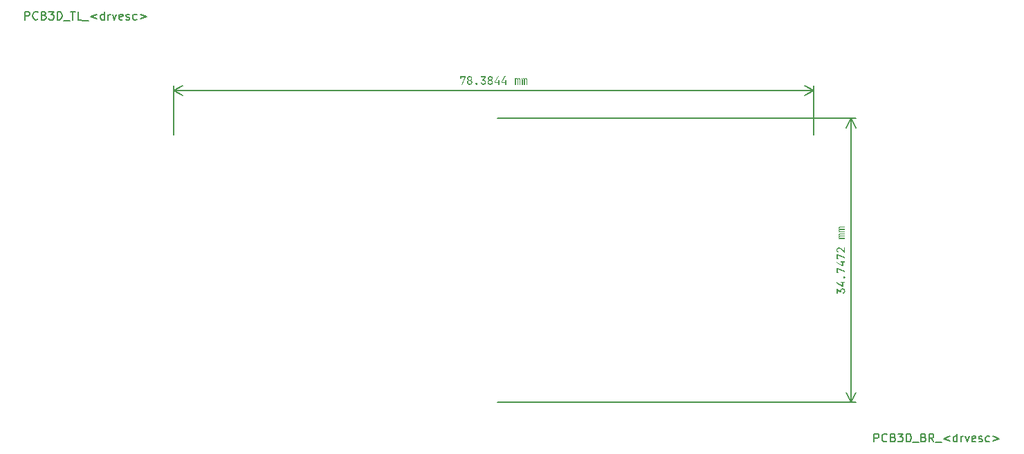
<source format=gbr>
%TF.GenerationSoftware,KiCad,Pcbnew,7.99.0-3012-g423a5b9961*%
%TF.CreationDate,2023-10-21T00:00:59-04:00*%
%TF.ProjectId,drvesc,64727665-7363-42e6-9b69-6361645f7063,V1.0*%
%TF.SameCoordinates,Original*%
%TF.FileFunction,Other,Comment*%
%FSLAX46Y46*%
G04 Gerber Fmt 4.6, Leading zero omitted, Abs format (unit mm)*
G04 Created by KiCad (PCBNEW 7.99.0-3012-g423a5b9961) date 2023-10-21 00:00:59*
%MOMM*%
%LPD*%
G01*
G04 APERTURE LIST*
%ADD10C,0.150000*%
G04 APERTURE END LIST*
D10*
X183826379Y-136623419D02*
X183826379Y-135623419D01*
X183826379Y-135623419D02*
X184207331Y-135623419D01*
X184207331Y-135623419D02*
X184302569Y-135671038D01*
X184302569Y-135671038D02*
X184350188Y-135718657D01*
X184350188Y-135718657D02*
X184397807Y-135813895D01*
X184397807Y-135813895D02*
X184397807Y-135956752D01*
X184397807Y-135956752D02*
X184350188Y-136051990D01*
X184350188Y-136051990D02*
X184302569Y-136099609D01*
X184302569Y-136099609D02*
X184207331Y-136147228D01*
X184207331Y-136147228D02*
X183826379Y-136147228D01*
X185397807Y-136528180D02*
X185350188Y-136575800D01*
X185350188Y-136575800D02*
X185207331Y-136623419D01*
X185207331Y-136623419D02*
X185112093Y-136623419D01*
X185112093Y-136623419D02*
X184969236Y-136575800D01*
X184969236Y-136575800D02*
X184873998Y-136480561D01*
X184873998Y-136480561D02*
X184826379Y-136385323D01*
X184826379Y-136385323D02*
X184778760Y-136194847D01*
X184778760Y-136194847D02*
X184778760Y-136051990D01*
X184778760Y-136051990D02*
X184826379Y-135861514D01*
X184826379Y-135861514D02*
X184873998Y-135766276D01*
X184873998Y-135766276D02*
X184969236Y-135671038D01*
X184969236Y-135671038D02*
X185112093Y-135623419D01*
X185112093Y-135623419D02*
X185207331Y-135623419D01*
X185207331Y-135623419D02*
X185350188Y-135671038D01*
X185350188Y-135671038D02*
X185397807Y-135718657D01*
X186159712Y-136099609D02*
X186302569Y-136147228D01*
X186302569Y-136147228D02*
X186350188Y-136194847D01*
X186350188Y-136194847D02*
X186397807Y-136290085D01*
X186397807Y-136290085D02*
X186397807Y-136432942D01*
X186397807Y-136432942D02*
X186350188Y-136528180D01*
X186350188Y-136528180D02*
X186302569Y-136575800D01*
X186302569Y-136575800D02*
X186207331Y-136623419D01*
X186207331Y-136623419D02*
X185826379Y-136623419D01*
X185826379Y-136623419D02*
X185826379Y-135623419D01*
X185826379Y-135623419D02*
X186159712Y-135623419D01*
X186159712Y-135623419D02*
X186254950Y-135671038D01*
X186254950Y-135671038D02*
X186302569Y-135718657D01*
X186302569Y-135718657D02*
X186350188Y-135813895D01*
X186350188Y-135813895D02*
X186350188Y-135909133D01*
X186350188Y-135909133D02*
X186302569Y-136004371D01*
X186302569Y-136004371D02*
X186254950Y-136051990D01*
X186254950Y-136051990D02*
X186159712Y-136099609D01*
X186159712Y-136099609D02*
X185826379Y-136099609D01*
X186731141Y-135623419D02*
X187350188Y-135623419D01*
X187350188Y-135623419D02*
X187016855Y-136004371D01*
X187016855Y-136004371D02*
X187159712Y-136004371D01*
X187159712Y-136004371D02*
X187254950Y-136051990D01*
X187254950Y-136051990D02*
X187302569Y-136099609D01*
X187302569Y-136099609D02*
X187350188Y-136194847D01*
X187350188Y-136194847D02*
X187350188Y-136432942D01*
X187350188Y-136432942D02*
X187302569Y-136528180D01*
X187302569Y-136528180D02*
X187254950Y-136575800D01*
X187254950Y-136575800D02*
X187159712Y-136623419D01*
X187159712Y-136623419D02*
X186873998Y-136623419D01*
X186873998Y-136623419D02*
X186778760Y-136575800D01*
X186778760Y-136575800D02*
X186731141Y-136528180D01*
X187778760Y-136623419D02*
X187778760Y-135623419D01*
X187778760Y-135623419D02*
X188016855Y-135623419D01*
X188016855Y-135623419D02*
X188159712Y-135671038D01*
X188159712Y-135671038D02*
X188254950Y-135766276D01*
X188254950Y-135766276D02*
X188302569Y-135861514D01*
X188302569Y-135861514D02*
X188350188Y-136051990D01*
X188350188Y-136051990D02*
X188350188Y-136194847D01*
X188350188Y-136194847D02*
X188302569Y-136385323D01*
X188302569Y-136385323D02*
X188254950Y-136480561D01*
X188254950Y-136480561D02*
X188159712Y-136575800D01*
X188159712Y-136575800D02*
X188016855Y-136623419D01*
X188016855Y-136623419D02*
X187778760Y-136623419D01*
X188540665Y-136718657D02*
X189302569Y-136718657D01*
X189873998Y-136099609D02*
X190016855Y-136147228D01*
X190016855Y-136147228D02*
X190064474Y-136194847D01*
X190064474Y-136194847D02*
X190112093Y-136290085D01*
X190112093Y-136290085D02*
X190112093Y-136432942D01*
X190112093Y-136432942D02*
X190064474Y-136528180D01*
X190064474Y-136528180D02*
X190016855Y-136575800D01*
X190016855Y-136575800D02*
X189921617Y-136623419D01*
X189921617Y-136623419D02*
X189540665Y-136623419D01*
X189540665Y-136623419D02*
X189540665Y-135623419D01*
X189540665Y-135623419D02*
X189873998Y-135623419D01*
X189873998Y-135623419D02*
X189969236Y-135671038D01*
X189969236Y-135671038D02*
X190016855Y-135718657D01*
X190016855Y-135718657D02*
X190064474Y-135813895D01*
X190064474Y-135813895D02*
X190064474Y-135909133D01*
X190064474Y-135909133D02*
X190016855Y-136004371D01*
X190016855Y-136004371D02*
X189969236Y-136051990D01*
X189969236Y-136051990D02*
X189873998Y-136099609D01*
X189873998Y-136099609D02*
X189540665Y-136099609D01*
X191112093Y-136623419D02*
X190778760Y-136147228D01*
X190540665Y-136623419D02*
X190540665Y-135623419D01*
X190540665Y-135623419D02*
X190921617Y-135623419D01*
X190921617Y-135623419D02*
X191016855Y-135671038D01*
X191016855Y-135671038D02*
X191064474Y-135718657D01*
X191064474Y-135718657D02*
X191112093Y-135813895D01*
X191112093Y-135813895D02*
X191112093Y-135956752D01*
X191112093Y-135956752D02*
X191064474Y-136051990D01*
X191064474Y-136051990D02*
X191016855Y-136099609D01*
X191016855Y-136099609D02*
X190921617Y-136147228D01*
X190921617Y-136147228D02*
X190540665Y-136147228D01*
X191302570Y-136718657D02*
X192064474Y-136718657D01*
X193064475Y-135956752D02*
X192302570Y-136242466D01*
X192302570Y-136242466D02*
X193064475Y-136528180D01*
X193969236Y-136623419D02*
X193969236Y-135623419D01*
X193969236Y-136575800D02*
X193873998Y-136623419D01*
X193873998Y-136623419D02*
X193683522Y-136623419D01*
X193683522Y-136623419D02*
X193588284Y-136575800D01*
X193588284Y-136575800D02*
X193540665Y-136528180D01*
X193540665Y-136528180D02*
X193493046Y-136432942D01*
X193493046Y-136432942D02*
X193493046Y-136147228D01*
X193493046Y-136147228D02*
X193540665Y-136051990D01*
X193540665Y-136051990D02*
X193588284Y-136004371D01*
X193588284Y-136004371D02*
X193683522Y-135956752D01*
X193683522Y-135956752D02*
X193873998Y-135956752D01*
X193873998Y-135956752D02*
X193969236Y-136004371D01*
X194445427Y-136623419D02*
X194445427Y-135956752D01*
X194445427Y-136147228D02*
X194493046Y-136051990D01*
X194493046Y-136051990D02*
X194540665Y-136004371D01*
X194540665Y-136004371D02*
X194635903Y-135956752D01*
X194635903Y-135956752D02*
X194731141Y-135956752D01*
X194969237Y-135956752D02*
X195207332Y-136623419D01*
X195207332Y-136623419D02*
X195445427Y-135956752D01*
X196207332Y-136575800D02*
X196112094Y-136623419D01*
X196112094Y-136623419D02*
X195921618Y-136623419D01*
X195921618Y-136623419D02*
X195826380Y-136575800D01*
X195826380Y-136575800D02*
X195778761Y-136480561D01*
X195778761Y-136480561D02*
X195778761Y-136099609D01*
X195778761Y-136099609D02*
X195826380Y-136004371D01*
X195826380Y-136004371D02*
X195921618Y-135956752D01*
X195921618Y-135956752D02*
X196112094Y-135956752D01*
X196112094Y-135956752D02*
X196207332Y-136004371D01*
X196207332Y-136004371D02*
X196254951Y-136099609D01*
X196254951Y-136099609D02*
X196254951Y-136194847D01*
X196254951Y-136194847D02*
X195778761Y-136290085D01*
X196635904Y-136575800D02*
X196731142Y-136623419D01*
X196731142Y-136623419D02*
X196921618Y-136623419D01*
X196921618Y-136623419D02*
X197016856Y-136575800D01*
X197016856Y-136575800D02*
X197064475Y-136480561D01*
X197064475Y-136480561D02*
X197064475Y-136432942D01*
X197064475Y-136432942D02*
X197016856Y-136337704D01*
X197016856Y-136337704D02*
X196921618Y-136290085D01*
X196921618Y-136290085D02*
X196778761Y-136290085D01*
X196778761Y-136290085D02*
X196683523Y-136242466D01*
X196683523Y-136242466D02*
X196635904Y-136147228D01*
X196635904Y-136147228D02*
X196635904Y-136099609D01*
X196635904Y-136099609D02*
X196683523Y-136004371D01*
X196683523Y-136004371D02*
X196778761Y-135956752D01*
X196778761Y-135956752D02*
X196921618Y-135956752D01*
X196921618Y-135956752D02*
X197016856Y-136004371D01*
X197921618Y-136575800D02*
X197826380Y-136623419D01*
X197826380Y-136623419D02*
X197635904Y-136623419D01*
X197635904Y-136623419D02*
X197540666Y-136575800D01*
X197540666Y-136575800D02*
X197493047Y-136528180D01*
X197493047Y-136528180D02*
X197445428Y-136432942D01*
X197445428Y-136432942D02*
X197445428Y-136147228D01*
X197445428Y-136147228D02*
X197493047Y-136051990D01*
X197493047Y-136051990D02*
X197540666Y-136004371D01*
X197540666Y-136004371D02*
X197635904Y-135956752D01*
X197635904Y-135956752D02*
X197826380Y-135956752D01*
X197826380Y-135956752D02*
X197921618Y-136004371D01*
X198350190Y-135956752D02*
X199112095Y-136242466D01*
X199112095Y-136242466D02*
X198350190Y-136528180D01*
X79914979Y-84909019D02*
X79914979Y-83909019D01*
X79914979Y-83909019D02*
X80295931Y-83909019D01*
X80295931Y-83909019D02*
X80391169Y-83956638D01*
X80391169Y-83956638D02*
X80438788Y-84004257D01*
X80438788Y-84004257D02*
X80486407Y-84099495D01*
X80486407Y-84099495D02*
X80486407Y-84242352D01*
X80486407Y-84242352D02*
X80438788Y-84337590D01*
X80438788Y-84337590D02*
X80391169Y-84385209D01*
X80391169Y-84385209D02*
X80295931Y-84432828D01*
X80295931Y-84432828D02*
X79914979Y-84432828D01*
X81486407Y-84813780D02*
X81438788Y-84861400D01*
X81438788Y-84861400D02*
X81295931Y-84909019D01*
X81295931Y-84909019D02*
X81200693Y-84909019D01*
X81200693Y-84909019D02*
X81057836Y-84861400D01*
X81057836Y-84861400D02*
X80962598Y-84766161D01*
X80962598Y-84766161D02*
X80914979Y-84670923D01*
X80914979Y-84670923D02*
X80867360Y-84480447D01*
X80867360Y-84480447D02*
X80867360Y-84337590D01*
X80867360Y-84337590D02*
X80914979Y-84147114D01*
X80914979Y-84147114D02*
X80962598Y-84051876D01*
X80962598Y-84051876D02*
X81057836Y-83956638D01*
X81057836Y-83956638D02*
X81200693Y-83909019D01*
X81200693Y-83909019D02*
X81295931Y-83909019D01*
X81295931Y-83909019D02*
X81438788Y-83956638D01*
X81438788Y-83956638D02*
X81486407Y-84004257D01*
X82248312Y-84385209D02*
X82391169Y-84432828D01*
X82391169Y-84432828D02*
X82438788Y-84480447D01*
X82438788Y-84480447D02*
X82486407Y-84575685D01*
X82486407Y-84575685D02*
X82486407Y-84718542D01*
X82486407Y-84718542D02*
X82438788Y-84813780D01*
X82438788Y-84813780D02*
X82391169Y-84861400D01*
X82391169Y-84861400D02*
X82295931Y-84909019D01*
X82295931Y-84909019D02*
X81914979Y-84909019D01*
X81914979Y-84909019D02*
X81914979Y-83909019D01*
X81914979Y-83909019D02*
X82248312Y-83909019D01*
X82248312Y-83909019D02*
X82343550Y-83956638D01*
X82343550Y-83956638D02*
X82391169Y-84004257D01*
X82391169Y-84004257D02*
X82438788Y-84099495D01*
X82438788Y-84099495D02*
X82438788Y-84194733D01*
X82438788Y-84194733D02*
X82391169Y-84289971D01*
X82391169Y-84289971D02*
X82343550Y-84337590D01*
X82343550Y-84337590D02*
X82248312Y-84385209D01*
X82248312Y-84385209D02*
X81914979Y-84385209D01*
X82819741Y-83909019D02*
X83438788Y-83909019D01*
X83438788Y-83909019D02*
X83105455Y-84289971D01*
X83105455Y-84289971D02*
X83248312Y-84289971D01*
X83248312Y-84289971D02*
X83343550Y-84337590D01*
X83343550Y-84337590D02*
X83391169Y-84385209D01*
X83391169Y-84385209D02*
X83438788Y-84480447D01*
X83438788Y-84480447D02*
X83438788Y-84718542D01*
X83438788Y-84718542D02*
X83391169Y-84813780D01*
X83391169Y-84813780D02*
X83343550Y-84861400D01*
X83343550Y-84861400D02*
X83248312Y-84909019D01*
X83248312Y-84909019D02*
X82962598Y-84909019D01*
X82962598Y-84909019D02*
X82867360Y-84861400D01*
X82867360Y-84861400D02*
X82819741Y-84813780D01*
X83867360Y-84909019D02*
X83867360Y-83909019D01*
X83867360Y-83909019D02*
X84105455Y-83909019D01*
X84105455Y-83909019D02*
X84248312Y-83956638D01*
X84248312Y-83956638D02*
X84343550Y-84051876D01*
X84343550Y-84051876D02*
X84391169Y-84147114D01*
X84391169Y-84147114D02*
X84438788Y-84337590D01*
X84438788Y-84337590D02*
X84438788Y-84480447D01*
X84438788Y-84480447D02*
X84391169Y-84670923D01*
X84391169Y-84670923D02*
X84343550Y-84766161D01*
X84343550Y-84766161D02*
X84248312Y-84861400D01*
X84248312Y-84861400D02*
X84105455Y-84909019D01*
X84105455Y-84909019D02*
X83867360Y-84909019D01*
X84629265Y-85004257D02*
X85391169Y-85004257D01*
X85486408Y-83909019D02*
X86057836Y-83909019D01*
X85772122Y-84909019D02*
X85772122Y-83909019D01*
X86867360Y-84909019D02*
X86391170Y-84909019D01*
X86391170Y-84909019D02*
X86391170Y-83909019D01*
X86962599Y-85004257D02*
X87724503Y-85004257D01*
X88724504Y-84242352D02*
X87962599Y-84528066D01*
X87962599Y-84528066D02*
X88724504Y-84813780D01*
X89629265Y-84909019D02*
X89629265Y-83909019D01*
X89629265Y-84861400D02*
X89534027Y-84909019D01*
X89534027Y-84909019D02*
X89343551Y-84909019D01*
X89343551Y-84909019D02*
X89248313Y-84861400D01*
X89248313Y-84861400D02*
X89200694Y-84813780D01*
X89200694Y-84813780D02*
X89153075Y-84718542D01*
X89153075Y-84718542D02*
X89153075Y-84432828D01*
X89153075Y-84432828D02*
X89200694Y-84337590D01*
X89200694Y-84337590D02*
X89248313Y-84289971D01*
X89248313Y-84289971D02*
X89343551Y-84242352D01*
X89343551Y-84242352D02*
X89534027Y-84242352D01*
X89534027Y-84242352D02*
X89629265Y-84289971D01*
X90105456Y-84909019D02*
X90105456Y-84242352D01*
X90105456Y-84432828D02*
X90153075Y-84337590D01*
X90153075Y-84337590D02*
X90200694Y-84289971D01*
X90200694Y-84289971D02*
X90295932Y-84242352D01*
X90295932Y-84242352D02*
X90391170Y-84242352D01*
X90629266Y-84242352D02*
X90867361Y-84909019D01*
X90867361Y-84909019D02*
X91105456Y-84242352D01*
X91867361Y-84861400D02*
X91772123Y-84909019D01*
X91772123Y-84909019D02*
X91581647Y-84909019D01*
X91581647Y-84909019D02*
X91486409Y-84861400D01*
X91486409Y-84861400D02*
X91438790Y-84766161D01*
X91438790Y-84766161D02*
X91438790Y-84385209D01*
X91438790Y-84385209D02*
X91486409Y-84289971D01*
X91486409Y-84289971D02*
X91581647Y-84242352D01*
X91581647Y-84242352D02*
X91772123Y-84242352D01*
X91772123Y-84242352D02*
X91867361Y-84289971D01*
X91867361Y-84289971D02*
X91914980Y-84385209D01*
X91914980Y-84385209D02*
X91914980Y-84480447D01*
X91914980Y-84480447D02*
X91438790Y-84575685D01*
X92295933Y-84861400D02*
X92391171Y-84909019D01*
X92391171Y-84909019D02*
X92581647Y-84909019D01*
X92581647Y-84909019D02*
X92676885Y-84861400D01*
X92676885Y-84861400D02*
X92724504Y-84766161D01*
X92724504Y-84766161D02*
X92724504Y-84718542D01*
X92724504Y-84718542D02*
X92676885Y-84623304D01*
X92676885Y-84623304D02*
X92581647Y-84575685D01*
X92581647Y-84575685D02*
X92438790Y-84575685D01*
X92438790Y-84575685D02*
X92343552Y-84528066D01*
X92343552Y-84528066D02*
X92295933Y-84432828D01*
X92295933Y-84432828D02*
X92295933Y-84385209D01*
X92295933Y-84385209D02*
X92343552Y-84289971D01*
X92343552Y-84289971D02*
X92438790Y-84242352D01*
X92438790Y-84242352D02*
X92581647Y-84242352D01*
X92581647Y-84242352D02*
X92676885Y-84289971D01*
X93581647Y-84861400D02*
X93486409Y-84909019D01*
X93486409Y-84909019D02*
X93295933Y-84909019D01*
X93295933Y-84909019D02*
X93200695Y-84861400D01*
X93200695Y-84861400D02*
X93153076Y-84813780D01*
X93153076Y-84813780D02*
X93105457Y-84718542D01*
X93105457Y-84718542D02*
X93105457Y-84432828D01*
X93105457Y-84432828D02*
X93153076Y-84337590D01*
X93153076Y-84337590D02*
X93200695Y-84289971D01*
X93200695Y-84289971D02*
X93295933Y-84242352D01*
X93295933Y-84242352D02*
X93486409Y-84242352D01*
X93486409Y-84242352D02*
X93581647Y-84289971D01*
X94010219Y-84242352D02*
X94772124Y-84528066D01*
X94772124Y-84528066D02*
X94010219Y-84813780D01*
G36*
X133171020Y-91832318D02*
G01*
X133804098Y-91832318D01*
X133804098Y-91976909D01*
X133448236Y-92864000D01*
X133306087Y-92864000D01*
X133648027Y-92039436D01*
X133652196Y-92029171D01*
X133656154Y-92019747D01*
X133660421Y-92010008D01*
X133664893Y-92000365D01*
X133665368Y-91999380D01*
X133670038Y-91990030D01*
X133674679Y-91981067D01*
X133678801Y-91973490D01*
X133683907Y-91964571D01*
X133689344Y-91956163D01*
X133691502Y-91953218D01*
X133691502Y-91944914D01*
X133681741Y-91945390D01*
X133670758Y-91945790D01*
X133659958Y-91946038D01*
X133649341Y-91946134D01*
X133648027Y-91946135D01*
X133637665Y-91946135D01*
X133627187Y-91946135D01*
X133616593Y-91946135D01*
X133610658Y-91946135D01*
X133600347Y-91946135D01*
X133589843Y-91946135D01*
X133579445Y-91946135D01*
X133577685Y-91946135D01*
X133297538Y-91946135D01*
X133297538Y-92102450D01*
X133171020Y-92102450D01*
X133171020Y-91832318D01*
G37*
G36*
X134339314Y-91816866D02*
G01*
X134351645Y-91817407D01*
X134363769Y-91818309D01*
X134375687Y-91819571D01*
X134387399Y-91821194D01*
X134398906Y-91823178D01*
X134410206Y-91825522D01*
X134421300Y-91828227D01*
X134432187Y-91831292D01*
X134442869Y-91834718D01*
X134449876Y-91837203D01*
X134460180Y-91841145D01*
X134470209Y-91845371D01*
X134479964Y-91849881D01*
X134489443Y-91854674D01*
X134498648Y-91859750D01*
X134507578Y-91865109D01*
X134516234Y-91870752D01*
X134524614Y-91876678D01*
X134532720Y-91882888D01*
X134540551Y-91889381D01*
X134545619Y-91893867D01*
X134552969Y-91900819D01*
X134559996Y-91908029D01*
X134566702Y-91915497D01*
X134573085Y-91923222D01*
X134579146Y-91931205D01*
X134584886Y-91939445D01*
X134590303Y-91947943D01*
X134595399Y-91956698D01*
X134600172Y-91965712D01*
X134604624Y-91974982D01*
X134607413Y-91981306D01*
X134611297Y-91990934D01*
X134614800Y-92000769D01*
X134617921Y-92010810D01*
X134620659Y-92021056D01*
X134623015Y-92031509D01*
X134624989Y-92042168D01*
X134626582Y-92053033D01*
X134627792Y-92064104D01*
X134628620Y-92075381D01*
X134629065Y-92086865D01*
X134629150Y-92094635D01*
X134628940Y-92105496D01*
X134628311Y-92116219D01*
X134627261Y-92126806D01*
X134625792Y-92137255D01*
X134623903Y-92147567D01*
X134621594Y-92157741D01*
X134618865Y-92167778D01*
X134615717Y-92177677D01*
X134612252Y-92187325D01*
X134608451Y-92196728D01*
X134604314Y-92205887D01*
X134599841Y-92214802D01*
X134595033Y-92223473D01*
X134589888Y-92231899D01*
X134584408Y-92240081D01*
X134578592Y-92248019D01*
X134572455Y-92255667D01*
X134564355Y-92264754D01*
X134555778Y-92273317D01*
X134546724Y-92281355D01*
X134537193Y-92288869D01*
X134527185Y-92295857D01*
X134520951Y-92299799D01*
X134512414Y-92304664D01*
X134503655Y-92309126D01*
X134494675Y-92313182D01*
X134485474Y-92316834D01*
X134476052Y-92320082D01*
X134466408Y-92322925D01*
X134456543Y-92325364D01*
X134446457Y-92327398D01*
X134446457Y-92334481D01*
X134457912Y-92336634D01*
X134469076Y-92339186D01*
X134479947Y-92342137D01*
X134490527Y-92345487D01*
X134500815Y-92349236D01*
X134510811Y-92353383D01*
X134520515Y-92357929D01*
X134529927Y-92362874D01*
X134539047Y-92368218D01*
X134547875Y-92373961D01*
X134556411Y-92380102D01*
X134564655Y-92386642D01*
X134572607Y-92393581D01*
X134580267Y-92400919D01*
X134587636Y-92408655D01*
X134594712Y-92416791D01*
X134601455Y-92425248D01*
X134607764Y-92433949D01*
X134613637Y-92442894D01*
X134619075Y-92452084D01*
X134624078Y-92461518D01*
X134628646Y-92471196D01*
X134632780Y-92481118D01*
X134636477Y-92491285D01*
X134639740Y-92501696D01*
X134642568Y-92512351D01*
X134644961Y-92523250D01*
X134646919Y-92534394D01*
X134648442Y-92545782D01*
X134649529Y-92557414D01*
X134650182Y-92569290D01*
X134650399Y-92581411D01*
X134650200Y-92593596D01*
X134649601Y-92605605D01*
X134648603Y-92617438D01*
X134647205Y-92629095D01*
X134645408Y-92640576D01*
X134643212Y-92651881D01*
X134640617Y-92663010D01*
X134637622Y-92673963D01*
X134634229Y-92684740D01*
X134630435Y-92695341D01*
X134627685Y-92702311D01*
X134623298Y-92712519D01*
X134618563Y-92722444D01*
X134613480Y-92732085D01*
X134608050Y-92741443D01*
X134602272Y-92750518D01*
X134596146Y-92759309D01*
X134589672Y-92767817D01*
X134582851Y-92776042D01*
X134575682Y-92783983D01*
X134568165Y-92791641D01*
X134562960Y-92796588D01*
X134554927Y-92803765D01*
X134546580Y-92810642D01*
X134537920Y-92817218D01*
X134528946Y-92823493D01*
X134519659Y-92829468D01*
X134510058Y-92835143D01*
X134500144Y-92840516D01*
X134489917Y-92845590D01*
X134479376Y-92850362D01*
X134468521Y-92854835D01*
X134461111Y-92857649D01*
X134449762Y-92861578D01*
X134438156Y-92865120D01*
X134426292Y-92868275D01*
X134414171Y-92871044D01*
X134401792Y-92873427D01*
X134389155Y-92875424D01*
X134376261Y-92877034D01*
X134363109Y-92878257D01*
X134349699Y-92879094D01*
X134336032Y-92879545D01*
X134326778Y-92879631D01*
X134312939Y-92879444D01*
X134299357Y-92878884D01*
X134286034Y-92877950D01*
X134272968Y-92876643D01*
X134260159Y-92874962D01*
X134247609Y-92872908D01*
X134235315Y-92870480D01*
X134223280Y-92867678D01*
X134211502Y-92864503D01*
X134199981Y-92860955D01*
X134192444Y-92858382D01*
X134181379Y-92854247D01*
X134170622Y-92849812D01*
X134160175Y-92845077D01*
X134150037Y-92840041D01*
X134140208Y-92834704D01*
X134130689Y-92829067D01*
X134121478Y-92823129D01*
X134112577Y-92816891D01*
X134103984Y-92810352D01*
X134095701Y-92803513D01*
X134090350Y-92798787D01*
X134082643Y-92791453D01*
X134075275Y-92783832D01*
X134068246Y-92775923D01*
X134061557Y-92767726D01*
X134055206Y-92759242D01*
X134049195Y-92750470D01*
X134043522Y-92741410D01*
X134038189Y-92732063D01*
X134033196Y-92722428D01*
X134028541Y-92712505D01*
X134025626Y-92705730D01*
X134021610Y-92695380D01*
X134017990Y-92684845D01*
X134014764Y-92674125D01*
X134011933Y-92663220D01*
X134009498Y-92652131D01*
X134007457Y-92640858D01*
X134005811Y-92629400D01*
X134004560Y-92617757D01*
X134003704Y-92605930D01*
X134003244Y-92593917D01*
X134003156Y-92585807D01*
X134003385Y-92573465D01*
X134003558Y-92570420D01*
X134134070Y-92570420D01*
X134134276Y-92580957D01*
X134134894Y-92591260D01*
X134135925Y-92601329D01*
X134137367Y-92611162D01*
X134139222Y-92620761D01*
X134142777Y-92634720D01*
X134147259Y-92648150D01*
X134152669Y-92661052D01*
X134159006Y-92673426D01*
X134166270Y-92685272D01*
X134174462Y-92696590D01*
X134183581Y-92707380D01*
X134186826Y-92710859D01*
X134197021Y-92720680D01*
X134207821Y-92729535D01*
X134219226Y-92737424D01*
X134231237Y-92744347D01*
X134243853Y-92750304D01*
X134257074Y-92755295D01*
X134270901Y-92759320D01*
X134280455Y-92761467D01*
X134290278Y-92763184D01*
X134300370Y-92764472D01*
X134310731Y-92765331D01*
X134321362Y-92765760D01*
X134326778Y-92765814D01*
X134337542Y-92765599D01*
X134348038Y-92764955D01*
X134358265Y-92763882D01*
X134368223Y-92762379D01*
X134377911Y-92760447D01*
X134391940Y-92756744D01*
X134405363Y-92752075D01*
X134418180Y-92746440D01*
X134430393Y-92739839D01*
X134442000Y-92732272D01*
X134453002Y-92723739D01*
X134463398Y-92714240D01*
X134466729Y-92710859D01*
X134476157Y-92700245D01*
X134484658Y-92689103D01*
X134492231Y-92677434D01*
X134498877Y-92665235D01*
X134504596Y-92652509D01*
X134509387Y-92639255D01*
X134513251Y-92625473D01*
X134516188Y-92611162D01*
X134517630Y-92601329D01*
X134518661Y-92591260D01*
X134519279Y-92580957D01*
X134519485Y-92570420D01*
X134519279Y-92559745D01*
X134518661Y-92549338D01*
X134517630Y-92539198D01*
X134516188Y-92529326D01*
X134514333Y-92519720D01*
X134510778Y-92505813D01*
X134506296Y-92492506D01*
X134500886Y-92479801D01*
X134494550Y-92467696D01*
X134487285Y-92456193D01*
X134479094Y-92445291D01*
X134469974Y-92434990D01*
X134466729Y-92431690D01*
X134456534Y-92422349D01*
X134445734Y-92413927D01*
X134434329Y-92406423D01*
X134422318Y-92399839D01*
X134409703Y-92394173D01*
X134396481Y-92389426D01*
X134382655Y-92385598D01*
X134373100Y-92383556D01*
X134363277Y-92381923D01*
X134353185Y-92380698D01*
X134342824Y-92379881D01*
X134332194Y-92379473D01*
X134326778Y-92379422D01*
X134316013Y-92379626D01*
X134305517Y-92380238D01*
X134295290Y-92381259D01*
X134285333Y-92382688D01*
X134275644Y-92384526D01*
X134261616Y-92388048D01*
X134248192Y-92392489D01*
X134235375Y-92397848D01*
X134223162Y-92404126D01*
X134211555Y-92411324D01*
X134200554Y-92419439D01*
X134190157Y-92428474D01*
X134186826Y-92431690D01*
X134177398Y-92441790D01*
X134168897Y-92452492D01*
X134161324Y-92463795D01*
X134154678Y-92475699D01*
X134148959Y-92488204D01*
X134144168Y-92501310D01*
X134140304Y-92515017D01*
X134137367Y-92529326D01*
X134135925Y-92539198D01*
X134134894Y-92549338D01*
X134134276Y-92559745D01*
X134134070Y-92570420D01*
X134003558Y-92570420D01*
X134004072Y-92561352D01*
X134005217Y-92549468D01*
X134006819Y-92537813D01*
X134008880Y-92526387D01*
X134011399Y-92515190D01*
X134014376Y-92504222D01*
X134017810Y-92493483D01*
X134021718Y-92483011D01*
X134025992Y-92472845D01*
X134030633Y-92462983D01*
X134035640Y-92453427D01*
X134041013Y-92444177D01*
X134046753Y-92435231D01*
X134052859Y-92426591D01*
X134059332Y-92418256D01*
X134066209Y-92410242D01*
X134073406Y-92402564D01*
X134080924Y-92395221D01*
X134088763Y-92388214D01*
X134096922Y-92381544D01*
X134105402Y-92375209D01*
X134114202Y-92369209D01*
X134123323Y-92363546D01*
X134132807Y-92358283D01*
X134142573Y-92353486D01*
X134152621Y-92349155D01*
X134162952Y-92345289D01*
X134173565Y-92341888D01*
X134184460Y-92338954D01*
X134195638Y-92336485D01*
X134207099Y-92334481D01*
X134207099Y-92327154D01*
X134197012Y-92325108D01*
X134187147Y-92322635D01*
X134177503Y-92319735D01*
X134168081Y-92316407D01*
X134158880Y-92312652D01*
X134149900Y-92308469D01*
X134141142Y-92303859D01*
X134132604Y-92298822D01*
X134124331Y-92293421D01*
X134116362Y-92287724D01*
X134106831Y-92280183D01*
X134097777Y-92272177D01*
X134089200Y-92263706D01*
X134081100Y-92254770D01*
X134074963Y-92247286D01*
X134067740Y-92237531D01*
X134061029Y-92227346D01*
X134056030Y-92218889D01*
X134051358Y-92210158D01*
X134047016Y-92201151D01*
X134043001Y-92191870D01*
X134039314Y-92182314D01*
X134037594Y-92177433D01*
X134034503Y-92167533D01*
X134031824Y-92157497D01*
X134029557Y-92147322D01*
X134027702Y-92137011D01*
X134026260Y-92126562D01*
X134025229Y-92115975D01*
X134024611Y-92105251D01*
X134024567Y-92102939D01*
X134155075Y-92102939D01*
X134155259Y-92112724D01*
X134156226Y-92127001D01*
X134158021Y-92140796D01*
X134160645Y-92154111D01*
X134164098Y-92166946D01*
X134168379Y-92179299D01*
X134173488Y-92191172D01*
X134179427Y-92202563D01*
X134186194Y-92213474D01*
X134193789Y-92223904D01*
X134202214Y-92233853D01*
X134211318Y-92243107D01*
X134220956Y-92251450D01*
X134231125Y-92258883D01*
X134241827Y-92265406D01*
X134253061Y-92271019D01*
X134264828Y-92275722D01*
X134277127Y-92279514D01*
X134289958Y-92282396D01*
X134303322Y-92284368D01*
X134317218Y-92285430D01*
X134326778Y-92285632D01*
X134341029Y-92285177D01*
X134354747Y-92283812D01*
X134367933Y-92281537D01*
X134380587Y-92278351D01*
X134392709Y-92274255D01*
X134404298Y-92269249D01*
X134415355Y-92263333D01*
X134425879Y-92256506D01*
X134435871Y-92248770D01*
X134445331Y-92240123D01*
X134451341Y-92233853D01*
X134459766Y-92223904D01*
X134467361Y-92213474D01*
X134474128Y-92202563D01*
X134480067Y-92191172D01*
X134485176Y-92179299D01*
X134489458Y-92166946D01*
X134492910Y-92154111D01*
X134495534Y-92140796D01*
X134497329Y-92127001D01*
X134498296Y-92112724D01*
X134498480Y-92102939D01*
X134498077Y-92088686D01*
X134496866Y-92074961D01*
X134494848Y-92061764D01*
X134492023Y-92049095D01*
X134488391Y-92036954D01*
X134483952Y-92025341D01*
X134478705Y-92014256D01*
X134472652Y-92003700D01*
X134465791Y-91993671D01*
X134458123Y-91984171D01*
X134452563Y-91978131D01*
X134443696Y-91969619D01*
X134434224Y-91961945D01*
X134424147Y-91955108D01*
X134413465Y-91949108D01*
X134402177Y-91943945D01*
X134390284Y-91939620D01*
X134377785Y-91936131D01*
X134364681Y-91933480D01*
X134350972Y-91931666D01*
X134336657Y-91930689D01*
X134326778Y-91930503D01*
X134316897Y-91930689D01*
X134302577Y-91931666D01*
X134288859Y-91933480D01*
X134275741Y-91936131D01*
X134263225Y-91939620D01*
X134251309Y-91943945D01*
X134239995Y-91949108D01*
X134229282Y-91955108D01*
X134219170Y-91961945D01*
X134209658Y-91969619D01*
X134200748Y-91978131D01*
X134192586Y-91987279D01*
X134185226Y-91996956D01*
X134178670Y-92007160D01*
X134172916Y-92017893D01*
X134167965Y-92029153D01*
X134163817Y-92040942D01*
X134160472Y-92053259D01*
X134157929Y-92066104D01*
X134156190Y-92079477D01*
X134155253Y-92093378D01*
X134155075Y-92102939D01*
X134024567Y-92102939D01*
X134024405Y-92094390D01*
X134024596Y-92082770D01*
X134025169Y-92071355D01*
X134026124Y-92060147D01*
X134027462Y-92049144D01*
X134029181Y-92038348D01*
X134031283Y-92027758D01*
X134033767Y-92017374D01*
X134036632Y-92007196D01*
X134039880Y-91997224D01*
X134043510Y-91987458D01*
X134046143Y-91981062D01*
X134050379Y-91971621D01*
X134054938Y-91962443D01*
X134059819Y-91953526D01*
X134065022Y-91944872D01*
X134070547Y-91936479D01*
X134076393Y-91928348D01*
X134082562Y-91920479D01*
X134089053Y-91912872D01*
X134095866Y-91905527D01*
X134103001Y-91898444D01*
X134107936Y-91893867D01*
X134115584Y-91887185D01*
X134123506Y-91880787D01*
X134131704Y-91874671D01*
X134140176Y-91868840D01*
X134148923Y-91863291D01*
X134157945Y-91858026D01*
X134167241Y-91853044D01*
X134176812Y-91848346D01*
X134186658Y-91843931D01*
X134196779Y-91839800D01*
X134203679Y-91837203D01*
X134214224Y-91833536D01*
X134224974Y-91830230D01*
X134235931Y-91827285D01*
X134247093Y-91824700D01*
X134258462Y-91822476D01*
X134270037Y-91820613D01*
X134281818Y-91819110D01*
X134293805Y-91817968D01*
X134305998Y-91817187D01*
X134318397Y-91816766D01*
X134326778Y-91816686D01*
X134339314Y-91816866D01*
G37*
G36*
X135045096Y-92752381D02*
G01*
X135045386Y-92742134D01*
X135046255Y-92732279D01*
X135048316Y-92719746D01*
X135051407Y-92707908D01*
X135055529Y-92696765D01*
X135060681Y-92686316D01*
X135066863Y-92676561D01*
X135074076Y-92667501D01*
X135078069Y-92663232D01*
X135086655Y-92655332D01*
X135095929Y-92648486D01*
X135105889Y-92642693D01*
X135116537Y-92637953D01*
X135127871Y-92634266D01*
X135139893Y-92631633D01*
X135152601Y-92630053D01*
X135162583Y-92629559D01*
X135165996Y-92629526D01*
X135176107Y-92629823D01*
X135188987Y-92631139D01*
X135201180Y-92633509D01*
X135212686Y-92636932D01*
X135223505Y-92641409D01*
X135233637Y-92646939D01*
X135243083Y-92653522D01*
X135251841Y-92661158D01*
X135253923Y-92663232D01*
X135261651Y-92671944D01*
X135268349Y-92681352D01*
X135274016Y-92691453D01*
X135278653Y-92702250D01*
X135282259Y-92713741D01*
X135284835Y-92725926D01*
X135286381Y-92738806D01*
X135286864Y-92748922D01*
X135286896Y-92752381D01*
X135286606Y-92762903D01*
X135285737Y-92773040D01*
X135284288Y-92782790D01*
X135281454Y-92795189D01*
X135277590Y-92806902D01*
X135272696Y-92817927D01*
X135266771Y-92828265D01*
X135259816Y-92837917D01*
X135253923Y-92844704D01*
X135245337Y-92852890D01*
X135236063Y-92859985D01*
X135226103Y-92865988D01*
X135215455Y-92870899D01*
X135204121Y-92874719D01*
X135192099Y-92877448D01*
X135179391Y-92879085D01*
X135169409Y-92879597D01*
X135165996Y-92879631D01*
X135155885Y-92879324D01*
X135143005Y-92877960D01*
X135130812Y-92875504D01*
X135119306Y-92871957D01*
X135108487Y-92867318D01*
X135098355Y-92861588D01*
X135088909Y-92854766D01*
X135080151Y-92846853D01*
X135078069Y-92844704D01*
X135070341Y-92835568D01*
X135063643Y-92825745D01*
X135057976Y-92815235D01*
X135053339Y-92804038D01*
X135049733Y-92792154D01*
X135047157Y-92779583D01*
X135045901Y-92769704D01*
X135045225Y-92759439D01*
X135045096Y-92752381D01*
G37*
G36*
X135996666Y-92879631D02*
G01*
X135984391Y-92879457D01*
X135972297Y-92878936D01*
X135960383Y-92878066D01*
X135948649Y-92876849D01*
X135937096Y-92875284D01*
X135925723Y-92873371D01*
X135914530Y-92871111D01*
X135903518Y-92868503D01*
X135892686Y-92865547D01*
X135882034Y-92862243D01*
X135875033Y-92859847D01*
X135864760Y-92855950D01*
X135854731Y-92851770D01*
X135844947Y-92847307D01*
X135835408Y-92842560D01*
X135826114Y-92837529D01*
X135817064Y-92832215D01*
X135808260Y-92826618D01*
X135799699Y-92820738D01*
X135791384Y-92814574D01*
X135783313Y-92808127D01*
X135778069Y-92803672D01*
X135770419Y-92796719D01*
X135763039Y-92789509D01*
X135755930Y-92782042D01*
X135749091Y-92774317D01*
X135742523Y-92766334D01*
X135736226Y-92758094D01*
X135730199Y-92749596D01*
X135724442Y-92740840D01*
X135718956Y-92731827D01*
X135713740Y-92722556D01*
X135710413Y-92716233D01*
X135705737Y-92706517D01*
X135701417Y-92696603D01*
X135697454Y-92686493D01*
X135693847Y-92676184D01*
X135690596Y-92665679D01*
X135687702Y-92654975D01*
X135685163Y-92644075D01*
X135682982Y-92632976D01*
X135681156Y-92621681D01*
X135679687Y-92610187D01*
X135678906Y-92602415D01*
X135805424Y-92602415D01*
X135807889Y-92616034D01*
X135811071Y-92629137D01*
X135814970Y-92641725D01*
X135819586Y-92653798D01*
X135824919Y-92665356D01*
X135830969Y-92676398D01*
X135837736Y-92686925D01*
X135845220Y-92696937D01*
X135853421Y-92706434D01*
X135862339Y-92715416D01*
X135868683Y-92721117D01*
X135878647Y-92729105D01*
X135889033Y-92736307D01*
X135899839Y-92742724D01*
X135911066Y-92748354D01*
X135922714Y-92753199D01*
X135934783Y-92757259D01*
X135947272Y-92760532D01*
X135960182Y-92763020D01*
X135973513Y-92764723D01*
X135987264Y-92765639D01*
X135996666Y-92765814D01*
X136007611Y-92765600D01*
X136018281Y-92764959D01*
X136028677Y-92763890D01*
X136038798Y-92762394D01*
X136048644Y-92760471D01*
X136058215Y-92758120D01*
X136072057Y-92753793D01*
X136085280Y-92748503D01*
X136097885Y-92742252D01*
X136109872Y-92735039D01*
X136121241Y-92726865D01*
X136131992Y-92717729D01*
X136138815Y-92711103D01*
X136148374Y-92700540D01*
X136156993Y-92689368D01*
X136164672Y-92677585D01*
X136171410Y-92665193D01*
X136177208Y-92652192D01*
X136182066Y-92638581D01*
X136184783Y-92629168D01*
X136187081Y-92619484D01*
X136188961Y-92609529D01*
X136190424Y-92599303D01*
X136191469Y-92588807D01*
X136192095Y-92578039D01*
X136192304Y-92567000D01*
X136192090Y-92555962D01*
X136191446Y-92545194D01*
X136190372Y-92534697D01*
X136188870Y-92524471D01*
X136186938Y-92514517D01*
X136184576Y-92504833D01*
X136181786Y-92495420D01*
X136176795Y-92481809D01*
X136170838Y-92468807D01*
X136163915Y-92456415D01*
X136156026Y-92444633D01*
X136147171Y-92433460D01*
X136137350Y-92422897D01*
X136126767Y-92413120D01*
X136115537Y-92404304D01*
X136103658Y-92396450D01*
X136091131Y-92389558D01*
X136077955Y-92383627D01*
X136064131Y-92378658D01*
X136054555Y-92375880D01*
X136044691Y-92373529D01*
X136034539Y-92371606D01*
X136024098Y-92370110D01*
X136013370Y-92369041D01*
X136002353Y-92368400D01*
X135991048Y-92368187D01*
X135873079Y-92368187D01*
X135873079Y-92232876D01*
X136074091Y-92020629D01*
X136081250Y-92013500D01*
X136088562Y-92006524D01*
X136096027Y-91999700D01*
X136103644Y-91993030D01*
X136111353Y-91986618D01*
X136119770Y-91979843D01*
X136127917Y-91973532D01*
X136133198Y-91969582D01*
X136141090Y-91963079D01*
X136149135Y-91956759D01*
X136157332Y-91950623D01*
X136165682Y-91944669D01*
X136165682Y-91941983D01*
X136155793Y-91942770D01*
X136145665Y-91943605D01*
X136135299Y-91944487D01*
X136133198Y-91944669D01*
X136123366Y-91945442D01*
X136113105Y-91945929D01*
X136102414Y-91946129D01*
X136100225Y-91946135D01*
X136090159Y-91946135D01*
X136079746Y-91946135D01*
X136068984Y-91946135D01*
X136062856Y-91946135D01*
X135709681Y-91946135D01*
X135709681Y-91832318D01*
X136272416Y-91832318D01*
X136272416Y-91979596D01*
X136034768Y-92212360D01*
X136027822Y-92219262D01*
X136020342Y-92226154D01*
X136017671Y-92228480D01*
X136010154Y-92234852D01*
X136002283Y-92241424D01*
X135994948Y-92248606D01*
X135988362Y-92254369D01*
X136002473Y-92254563D01*
X136016323Y-92255142D01*
X136029910Y-92256108D01*
X136043236Y-92257461D01*
X136056300Y-92259199D01*
X136069102Y-92261325D01*
X136081642Y-92263836D01*
X136093920Y-92266734D01*
X136105937Y-92270019D01*
X136117691Y-92273689D01*
X136125382Y-92276351D01*
X136136713Y-92280636D01*
X136147719Y-92285247D01*
X136158398Y-92290184D01*
X136168750Y-92295448D01*
X136178777Y-92301038D01*
X136188477Y-92306954D01*
X136197850Y-92313197D01*
X136206898Y-92319765D01*
X136215619Y-92326660D01*
X136224014Y-92333882D01*
X136229429Y-92338877D01*
X136237322Y-92346636D01*
X136244880Y-92354708D01*
X136252102Y-92363094D01*
X136258990Y-92371793D01*
X136265543Y-92380805D01*
X136271762Y-92390131D01*
X136277645Y-92399770D01*
X136283193Y-92409723D01*
X136288407Y-92419989D01*
X136293285Y-92430569D01*
X136296352Y-92437796D01*
X136300629Y-92448809D01*
X136304486Y-92460049D01*
X136307922Y-92471518D01*
X136310938Y-92483213D01*
X136313532Y-92495137D01*
X136315706Y-92507288D01*
X136317459Y-92519666D01*
X136318792Y-92532272D01*
X136319703Y-92545105D01*
X136320194Y-92558166D01*
X136320288Y-92567000D01*
X136320090Y-92580471D01*
X136319498Y-92593679D01*
X136318510Y-92606625D01*
X136317128Y-92619310D01*
X136315350Y-92631733D01*
X136313178Y-92643894D01*
X136310611Y-92655793D01*
X136307648Y-92667430D01*
X136304291Y-92678805D01*
X136300538Y-92689918D01*
X136297817Y-92697182D01*
X136293430Y-92707795D01*
X136288695Y-92718113D01*
X136283613Y-92728134D01*
X136278183Y-92737860D01*
X136272404Y-92747288D01*
X136266279Y-92756421D01*
X136259805Y-92765257D01*
X136252984Y-92773798D01*
X136245814Y-92782041D01*
X136238297Y-92789989D01*
X136233093Y-92795123D01*
X136225016Y-92802562D01*
X136216629Y-92809675D01*
X136207934Y-92816461D01*
X136198930Y-92822921D01*
X136189616Y-92829055D01*
X136179993Y-92834862D01*
X136170061Y-92840343D01*
X136159820Y-92845498D01*
X136149270Y-92850327D01*
X136138411Y-92854829D01*
X136130999Y-92857649D01*
X136119692Y-92861578D01*
X136108119Y-92865120D01*
X136096279Y-92868275D01*
X136084174Y-92871044D01*
X136071802Y-92873427D01*
X136059163Y-92875424D01*
X136046259Y-92877034D01*
X136033089Y-92878257D01*
X136019652Y-92879094D01*
X136005949Y-92879545D01*
X135996666Y-92879631D01*
G37*
G36*
X136856969Y-91816866D02*
G01*
X136869300Y-91817407D01*
X136881424Y-91818309D01*
X136893342Y-91819571D01*
X136905055Y-91821194D01*
X136916561Y-91823178D01*
X136927861Y-91825522D01*
X136938955Y-91828227D01*
X136949843Y-91831292D01*
X136960525Y-91834718D01*
X136967531Y-91837203D01*
X136977835Y-91841145D01*
X136987864Y-91845371D01*
X136997619Y-91849881D01*
X137007099Y-91854674D01*
X137016303Y-91859750D01*
X137025234Y-91865109D01*
X137033889Y-91870752D01*
X137042270Y-91876678D01*
X137050375Y-91882888D01*
X137058206Y-91889381D01*
X137063274Y-91893867D01*
X137070624Y-91900819D01*
X137077651Y-91908029D01*
X137084357Y-91915497D01*
X137090740Y-91923222D01*
X137096802Y-91931205D01*
X137102541Y-91939445D01*
X137107959Y-91947943D01*
X137113054Y-91956698D01*
X137117828Y-91965712D01*
X137122279Y-91974982D01*
X137125068Y-91981306D01*
X137128953Y-91990934D01*
X137132455Y-92000769D01*
X137135576Y-92010810D01*
X137138314Y-92021056D01*
X137140671Y-92031509D01*
X137142645Y-92042168D01*
X137144237Y-92053033D01*
X137145447Y-92064104D01*
X137146275Y-92075381D01*
X137146721Y-92086865D01*
X137146805Y-92094635D01*
X137146596Y-92105496D01*
X137145966Y-92116219D01*
X137144916Y-92126806D01*
X137143447Y-92137255D01*
X137141558Y-92147567D01*
X137139249Y-92157741D01*
X137136521Y-92167778D01*
X137133372Y-92177677D01*
X137129907Y-92187325D01*
X137126106Y-92196728D01*
X137121969Y-92205887D01*
X137117496Y-92214802D01*
X137112688Y-92223473D01*
X137107543Y-92231899D01*
X137102063Y-92240081D01*
X137096247Y-92248019D01*
X137090111Y-92255667D01*
X137082011Y-92264754D01*
X137073433Y-92273317D01*
X137064379Y-92281355D01*
X137054848Y-92288869D01*
X137044840Y-92295857D01*
X137038606Y-92299799D01*
X137030069Y-92304664D01*
X137021310Y-92309126D01*
X137012331Y-92313182D01*
X137003130Y-92316834D01*
X136993707Y-92320082D01*
X136984063Y-92322925D01*
X136974198Y-92325364D01*
X136964112Y-92327398D01*
X136964112Y-92334481D01*
X136975567Y-92336634D01*
X136986731Y-92339186D01*
X136997603Y-92342137D01*
X137008182Y-92345487D01*
X137018470Y-92349236D01*
X137028466Y-92353383D01*
X137038170Y-92357929D01*
X137047582Y-92362874D01*
X137056702Y-92368218D01*
X137065530Y-92373961D01*
X137074066Y-92380102D01*
X137082310Y-92386642D01*
X137090262Y-92393581D01*
X137097923Y-92400919D01*
X137105291Y-92408655D01*
X137112367Y-92416791D01*
X137119111Y-92425248D01*
X137125419Y-92433949D01*
X137131292Y-92442894D01*
X137136730Y-92452084D01*
X137141734Y-92461518D01*
X137146302Y-92471196D01*
X137150435Y-92481118D01*
X137154133Y-92491285D01*
X137157396Y-92501696D01*
X137160224Y-92512351D01*
X137162616Y-92523250D01*
X137164574Y-92534394D01*
X137166097Y-92545782D01*
X137167184Y-92557414D01*
X137167837Y-92569290D01*
X137168055Y-92581411D01*
X137167855Y-92593596D01*
X137167256Y-92605605D01*
X137166258Y-92617438D01*
X137164860Y-92629095D01*
X137163064Y-92640576D01*
X137160868Y-92651881D01*
X137158272Y-92663010D01*
X137155278Y-92673963D01*
X137151884Y-92684740D01*
X137148091Y-92695341D01*
X137145340Y-92702311D01*
X137140953Y-92712519D01*
X137136218Y-92722444D01*
X137131136Y-92732085D01*
X137125705Y-92741443D01*
X137119927Y-92750518D01*
X137113801Y-92759309D01*
X137107328Y-92767817D01*
X137100506Y-92776042D01*
X137093337Y-92783983D01*
X137085820Y-92791641D01*
X137080616Y-92796588D01*
X137072582Y-92803765D01*
X137064235Y-92810642D01*
X137055575Y-92817218D01*
X137046601Y-92823493D01*
X137037314Y-92829468D01*
X137027713Y-92835143D01*
X137017799Y-92840516D01*
X137007572Y-92845590D01*
X136997031Y-92850362D01*
X136986177Y-92854835D01*
X136978766Y-92857649D01*
X136967418Y-92861578D01*
X136955811Y-92865120D01*
X136943947Y-92868275D01*
X136931826Y-92871044D01*
X136919447Y-92873427D01*
X136906810Y-92875424D01*
X136893916Y-92877034D01*
X136880764Y-92878257D01*
X136867354Y-92879094D01*
X136853687Y-92879545D01*
X136844433Y-92879631D01*
X136830594Y-92879444D01*
X136817013Y-92878884D01*
X136803689Y-92877950D01*
X136790623Y-92876643D01*
X136777815Y-92874962D01*
X136765264Y-92872908D01*
X136752971Y-92870480D01*
X136740935Y-92867678D01*
X136729157Y-92864503D01*
X136717636Y-92860955D01*
X136710099Y-92858382D01*
X136699034Y-92854247D01*
X136688278Y-92849812D01*
X136677831Y-92845077D01*
X136667693Y-92840041D01*
X136657864Y-92834704D01*
X136648344Y-92829067D01*
X136639133Y-92823129D01*
X136630232Y-92816891D01*
X136621639Y-92810352D01*
X136613356Y-92803513D01*
X136608006Y-92798787D01*
X136600299Y-92791453D01*
X136592930Y-92783832D01*
X136585902Y-92775923D01*
X136579212Y-92767726D01*
X136572861Y-92759242D01*
X136566850Y-92750470D01*
X136561178Y-92741410D01*
X136555845Y-92732063D01*
X136550851Y-92722428D01*
X136546196Y-92712505D01*
X136543281Y-92705730D01*
X136539266Y-92695380D01*
X136535645Y-92684845D01*
X136532419Y-92674125D01*
X136529589Y-92663220D01*
X136527153Y-92652131D01*
X136525112Y-92640858D01*
X136523466Y-92629400D01*
X136522215Y-92617757D01*
X136521360Y-92605930D01*
X136520899Y-92593917D01*
X136520811Y-92585807D01*
X136521040Y-92573465D01*
X136521213Y-92570420D01*
X136651725Y-92570420D01*
X136651931Y-92580957D01*
X136652550Y-92591260D01*
X136653580Y-92601329D01*
X136655023Y-92611162D01*
X136656877Y-92620761D01*
X136660432Y-92634720D01*
X136664914Y-92648150D01*
X136670324Y-92661052D01*
X136676661Y-92673426D01*
X136683925Y-92685272D01*
X136692117Y-92696590D01*
X136701236Y-92707380D01*
X136704482Y-92710859D01*
X136714676Y-92720680D01*
X136725476Y-92729535D01*
X136736881Y-92737424D01*
X136748892Y-92744347D01*
X136761508Y-92750304D01*
X136774729Y-92755295D01*
X136788556Y-92759320D01*
X136798110Y-92761467D01*
X136807933Y-92763184D01*
X136818025Y-92764472D01*
X136828387Y-92765331D01*
X136839017Y-92765760D01*
X136844433Y-92765814D01*
X136855198Y-92765599D01*
X136865693Y-92764955D01*
X136875920Y-92763882D01*
X136885878Y-92762379D01*
X136895566Y-92760447D01*
X136909595Y-92756744D01*
X136923018Y-92752075D01*
X136935836Y-92746440D01*
X136948048Y-92739839D01*
X136959655Y-92732272D01*
X136970657Y-92723739D01*
X136981053Y-92714240D01*
X136984384Y-92710859D01*
X136993812Y-92700245D01*
X137002313Y-92689103D01*
X137009886Y-92677434D01*
X137016532Y-92665235D01*
X137022251Y-92652509D01*
X137027043Y-92639255D01*
X137030907Y-92625473D01*
X137033843Y-92611162D01*
X137035286Y-92601329D01*
X137036316Y-92591260D01*
X137036934Y-92580957D01*
X137037140Y-92570420D01*
X137036934Y-92559745D01*
X137036316Y-92549338D01*
X137035286Y-92539198D01*
X137033843Y-92529326D01*
X137031988Y-92519720D01*
X137028434Y-92505813D01*
X137023951Y-92492506D01*
X137018542Y-92479801D01*
X137012205Y-92467696D01*
X137004940Y-92456193D01*
X136996749Y-92445291D01*
X136987630Y-92434990D01*
X136984384Y-92431690D01*
X136974189Y-92422349D01*
X136963390Y-92413927D01*
X136951984Y-92406423D01*
X136939974Y-92399839D01*
X136927358Y-92394173D01*
X136914136Y-92389426D01*
X136900310Y-92385598D01*
X136890756Y-92383556D01*
X136880933Y-92381923D01*
X136870840Y-92380698D01*
X136860479Y-92379881D01*
X136849849Y-92379473D01*
X136844433Y-92379422D01*
X136833668Y-92379626D01*
X136823172Y-92380238D01*
X136812946Y-92381259D01*
X136802988Y-92382688D01*
X136793299Y-92384526D01*
X136779271Y-92388048D01*
X136765848Y-92392489D01*
X136753030Y-92397848D01*
X136740818Y-92404126D01*
X136729211Y-92411324D01*
X136718209Y-92419439D01*
X136707813Y-92428474D01*
X136704482Y-92431690D01*
X136695054Y-92441790D01*
X136686553Y-92452492D01*
X136678979Y-92463795D01*
X136672333Y-92475699D01*
X136666614Y-92488204D01*
X136661823Y-92501310D01*
X136657959Y-92515017D01*
X136655023Y-92529326D01*
X136653580Y-92539198D01*
X136652550Y-92549338D01*
X136651931Y-92559745D01*
X136651725Y-92570420D01*
X136521213Y-92570420D01*
X136521727Y-92561352D01*
X136522872Y-92549468D01*
X136524475Y-92537813D01*
X136526536Y-92526387D01*
X136529054Y-92515190D01*
X136532031Y-92504222D01*
X136535466Y-92493483D01*
X136539374Y-92483011D01*
X136543648Y-92472845D01*
X136548288Y-92462983D01*
X136553295Y-92453427D01*
X136558669Y-92444177D01*
X136564408Y-92435231D01*
X136570514Y-92426591D01*
X136576987Y-92418256D01*
X136583864Y-92410242D01*
X136591061Y-92402564D01*
X136598580Y-92395221D01*
X136606418Y-92388214D01*
X136614577Y-92381544D01*
X136623057Y-92375209D01*
X136631858Y-92369209D01*
X136640979Y-92363546D01*
X136650462Y-92358283D01*
X136660228Y-92353486D01*
X136670276Y-92349155D01*
X136680607Y-92345289D01*
X136691220Y-92341888D01*
X136702116Y-92338954D01*
X136713294Y-92336485D01*
X136724754Y-92334481D01*
X136724754Y-92327154D01*
X136714667Y-92325108D01*
X136704802Y-92322635D01*
X136695158Y-92319735D01*
X136685736Y-92316407D01*
X136676535Y-92312652D01*
X136667555Y-92308469D01*
X136658797Y-92303859D01*
X136650260Y-92298822D01*
X136641986Y-92293421D01*
X136634018Y-92287724D01*
X136624486Y-92280183D01*
X136615432Y-92272177D01*
X136606855Y-92263706D01*
X136598755Y-92254770D01*
X136592618Y-92247286D01*
X136585395Y-92237531D01*
X136578684Y-92227346D01*
X136573685Y-92218889D01*
X136569014Y-92210158D01*
X136564671Y-92201151D01*
X136560656Y-92191870D01*
X136556969Y-92182314D01*
X136555249Y-92177433D01*
X136552158Y-92167533D01*
X136549479Y-92157497D01*
X136547212Y-92147322D01*
X136545357Y-92137011D01*
X136543915Y-92126562D01*
X136542885Y-92115975D01*
X136542266Y-92105251D01*
X136542222Y-92102939D01*
X136672730Y-92102939D01*
X136672914Y-92112724D01*
X136673881Y-92127001D01*
X136675676Y-92140796D01*
X136678300Y-92154111D01*
X136681753Y-92166946D01*
X136686034Y-92179299D01*
X136691144Y-92191172D01*
X136697082Y-92202563D01*
X136703849Y-92213474D01*
X136711445Y-92223904D01*
X136719869Y-92233853D01*
X136728974Y-92243107D01*
X136738611Y-92251450D01*
X136748780Y-92258883D01*
X136759482Y-92265406D01*
X136770716Y-92271019D01*
X136782483Y-92275722D01*
X136794782Y-92279514D01*
X136807613Y-92282396D01*
X136820977Y-92284368D01*
X136834873Y-92285430D01*
X136844433Y-92285632D01*
X136858684Y-92285177D01*
X136872402Y-92283812D01*
X136885589Y-92281537D01*
X136898243Y-92278351D01*
X136910364Y-92274255D01*
X136921953Y-92269249D01*
X136933010Y-92263333D01*
X136943534Y-92256506D01*
X136953526Y-92248770D01*
X136962986Y-92240123D01*
X136968997Y-92233853D01*
X136977421Y-92223904D01*
X136985017Y-92213474D01*
X136991784Y-92202563D01*
X136997722Y-92191172D01*
X137002832Y-92179299D01*
X137007113Y-92166946D01*
X137010565Y-92154111D01*
X137013189Y-92140796D01*
X137014985Y-92127001D01*
X137015951Y-92112724D01*
X137016136Y-92102939D01*
X137015732Y-92088686D01*
X137014521Y-92074961D01*
X137012503Y-92061764D01*
X137009678Y-92049095D01*
X137006046Y-92036954D01*
X137001607Y-92025341D01*
X136996360Y-92014256D01*
X136990307Y-92003700D01*
X136983446Y-91993671D01*
X136975778Y-91984171D01*
X136970218Y-91978131D01*
X136961351Y-91969619D01*
X136951880Y-91961945D01*
X136941802Y-91955108D01*
X136931120Y-91949108D01*
X136919832Y-91943945D01*
X136907939Y-91939620D01*
X136895440Y-91936131D01*
X136882336Y-91933480D01*
X136868627Y-91931666D01*
X136854312Y-91930689D01*
X136844433Y-91930503D01*
X136834552Y-91930689D01*
X136820233Y-91931666D01*
X136806514Y-91933480D01*
X136793397Y-91936131D01*
X136780880Y-91939620D01*
X136768965Y-91943945D01*
X136757650Y-91949108D01*
X136746937Y-91955108D01*
X136736825Y-91961945D01*
X136727314Y-91969619D01*
X136718404Y-91978131D01*
X136710241Y-91987279D01*
X136702882Y-91996956D01*
X136696325Y-92007160D01*
X136690571Y-92017893D01*
X136685620Y-92029153D01*
X136681472Y-92040942D01*
X136678127Y-92053259D01*
X136675585Y-92066104D01*
X136673845Y-92079477D01*
X136672909Y-92093378D01*
X136672730Y-92102939D01*
X136542222Y-92102939D01*
X136542060Y-92094390D01*
X136542251Y-92082770D01*
X136542824Y-92071355D01*
X136543780Y-92060147D01*
X136545117Y-92049144D01*
X136546837Y-92038348D01*
X136548938Y-92027758D01*
X136551422Y-92017374D01*
X136554288Y-92007196D01*
X136557535Y-91997224D01*
X136561166Y-91987458D01*
X136563798Y-91981062D01*
X136568035Y-91971621D01*
X136572593Y-91962443D01*
X136577474Y-91953526D01*
X136582677Y-91944872D01*
X136588202Y-91936479D01*
X136594049Y-91928348D01*
X136600217Y-91920479D01*
X136606708Y-91912872D01*
X136613521Y-91905527D01*
X136620656Y-91898444D01*
X136625591Y-91893867D01*
X136633239Y-91887185D01*
X136641162Y-91880787D01*
X136649359Y-91874671D01*
X136657831Y-91868840D01*
X136666578Y-91863291D01*
X136675600Y-91858026D01*
X136684896Y-91853044D01*
X136694468Y-91848346D01*
X136704314Y-91843931D01*
X136714435Y-91839800D01*
X136721334Y-91837203D01*
X136731879Y-91833536D01*
X136742629Y-91830230D01*
X136753586Y-91827285D01*
X136764749Y-91824700D01*
X136776117Y-91822476D01*
X136787692Y-91820613D01*
X136799473Y-91819110D01*
X136811460Y-91817968D01*
X136823653Y-91817187D01*
X136836052Y-91816766D01*
X136844433Y-91816686D01*
X136856969Y-91816866D01*
G37*
G36*
X137780616Y-91832318D02*
G01*
X137918613Y-91832318D01*
X137507796Y-92475409D01*
X137507796Y-92531341D01*
X137838501Y-92531341D01*
X137838501Y-92285632D01*
X137965019Y-92285632D01*
X137965019Y-92864000D01*
X137838501Y-92864000D01*
X137838501Y-92645158D01*
X137381279Y-92645158D01*
X137381279Y-92461487D01*
X137780616Y-91832318D01*
G37*
G36*
X138619834Y-91832318D02*
G01*
X138757831Y-91832318D01*
X138347015Y-92475409D01*
X138347015Y-92531341D01*
X138677720Y-92531341D01*
X138677720Y-92285632D01*
X138804237Y-92285632D01*
X138804237Y-92864000D01*
X138677720Y-92864000D01*
X138677720Y-92645158D01*
X138220497Y-92645158D01*
X138220497Y-92461487D01*
X138619834Y-91832318D01*
G37*
G36*
X139866450Y-92864000D02*
G01*
X139866450Y-92082422D01*
X139974893Y-92082422D01*
X139974893Y-92196484D01*
X139984663Y-92196484D01*
X139985944Y-92184972D01*
X139987680Y-92173975D01*
X139989871Y-92163494D01*
X139992517Y-92153528D01*
X139995618Y-92144077D01*
X140000461Y-92132277D01*
X140006113Y-92121392D01*
X140012574Y-92111424D01*
X140019844Y-92102372D01*
X140021788Y-92100252D01*
X140030111Y-92092410D01*
X140039206Y-92085613D01*
X140049071Y-92079862D01*
X140059707Y-92075156D01*
X140071114Y-92071496D01*
X140083291Y-92068882D01*
X140096240Y-92067314D01*
X140106458Y-92066824D01*
X140109960Y-92066791D01*
X140122852Y-92067297D01*
X140135151Y-92068817D01*
X140146857Y-92071350D01*
X140157969Y-92074897D01*
X140168487Y-92079456D01*
X140178413Y-92085029D01*
X140187744Y-92091615D01*
X140196483Y-92099214D01*
X140204628Y-92107827D01*
X140212179Y-92117452D01*
X140219137Y-92128091D01*
X140225502Y-92139743D01*
X140231273Y-92152408D01*
X140236451Y-92166087D01*
X140241035Y-92180779D01*
X140245026Y-92196484D01*
X140253330Y-92196484D01*
X140254624Y-92184972D01*
X140256399Y-92173975D01*
X140258654Y-92163494D01*
X140261390Y-92153528D01*
X140264607Y-92144077D01*
X140269645Y-92132277D01*
X140275537Y-92121392D01*
X140282284Y-92111424D01*
X140289887Y-92102372D01*
X140291921Y-92100252D01*
X140300584Y-92092410D01*
X140309964Y-92085613D01*
X140320062Y-92079862D01*
X140330877Y-92075156D01*
X140342410Y-92071496D01*
X140354661Y-92068882D01*
X140367628Y-92067314D01*
X140377825Y-92066824D01*
X140381314Y-92066791D01*
X140394511Y-92067261D01*
X140407177Y-92068671D01*
X140419309Y-92071022D01*
X140430910Y-92074313D01*
X140441978Y-92078544D01*
X140452514Y-92083715D01*
X140462518Y-92089827D01*
X140471989Y-92096879D01*
X140480927Y-92104871D01*
X140489334Y-92113803D01*
X140494642Y-92120280D01*
X140502062Y-92130622D01*
X140508753Y-92141681D01*
X140514714Y-92153457D01*
X140519944Y-92165950D01*
X140524445Y-92179159D01*
X140528216Y-92193086D01*
X140530325Y-92202769D01*
X140532109Y-92212771D01*
X140533568Y-92223091D01*
X140534704Y-92233730D01*
X140535515Y-92244687D01*
X140536001Y-92255964D01*
X140536163Y-92267558D01*
X140536163Y-92864000D01*
X140417950Y-92864000D01*
X140417950Y-92263651D01*
X140417618Y-92251503D01*
X140416622Y-92240096D01*
X140414962Y-92229430D01*
X140412638Y-92219504D01*
X140408799Y-92208137D01*
X140403922Y-92197927D01*
X140398008Y-92188874D01*
X140396701Y-92187203D01*
X140389725Y-92179533D01*
X140381927Y-92173163D01*
X140373306Y-92168094D01*
X140363862Y-92164324D01*
X140353595Y-92161854D01*
X140342505Y-92160684D01*
X140337838Y-92160580D01*
X140327924Y-92161030D01*
X140316324Y-92162860D01*
X140305608Y-92166097D01*
X140295774Y-92170741D01*
X140286822Y-92176792D01*
X140278753Y-92184250D01*
X140274335Y-92189401D01*
X140267862Y-92198927D01*
X140262486Y-92209646D01*
X140258975Y-92219080D01*
X140256166Y-92229277D01*
X140254059Y-92240238D01*
X140252655Y-92251961D01*
X140251953Y-92264448D01*
X140251865Y-92270978D01*
X140251865Y-92864000D01*
X140150748Y-92864000D01*
X140150748Y-92263651D01*
X140150405Y-92251503D01*
X140149374Y-92240096D01*
X140147657Y-92229430D01*
X140145253Y-92219504D01*
X140141281Y-92208137D01*
X140136237Y-92197927D01*
X140130119Y-92188874D01*
X140128766Y-92187203D01*
X140121544Y-92179533D01*
X140113463Y-92173163D01*
X140104523Y-92168094D01*
X140094725Y-92164324D01*
X140084068Y-92161854D01*
X140072552Y-92160684D01*
X140067706Y-92160580D01*
X140057814Y-92161030D01*
X140046308Y-92162860D01*
X140035756Y-92166097D01*
X140026158Y-92170741D01*
X140017514Y-92176792D01*
X140009824Y-92184250D01*
X140005668Y-92189401D01*
X139999617Y-92198927D01*
X139994591Y-92209646D01*
X139991309Y-92219080D01*
X139988684Y-92229277D01*
X139986714Y-92240238D01*
X139985402Y-92251961D01*
X139984745Y-92264448D01*
X139984663Y-92270978D01*
X139984663Y-92864000D01*
X139866450Y-92864000D01*
G37*
G36*
X140705668Y-92864000D02*
G01*
X140705668Y-92082422D01*
X140814112Y-92082422D01*
X140814112Y-92196484D01*
X140823882Y-92196484D01*
X140825162Y-92184972D01*
X140826898Y-92173975D01*
X140829089Y-92163494D01*
X140831735Y-92153528D01*
X140834837Y-92144077D01*
X140839680Y-92132277D01*
X140845332Y-92121392D01*
X140851792Y-92111424D01*
X140859063Y-92102372D01*
X140861006Y-92100252D01*
X140869330Y-92092410D01*
X140878424Y-92085613D01*
X140888289Y-92079862D01*
X140898925Y-92075156D01*
X140910332Y-92071496D01*
X140922510Y-92068882D01*
X140935459Y-92067314D01*
X140945676Y-92066824D01*
X140949178Y-92066791D01*
X140962071Y-92067297D01*
X140974369Y-92068817D01*
X140986075Y-92071350D01*
X140997187Y-92074897D01*
X141007706Y-92079456D01*
X141017631Y-92085029D01*
X141026963Y-92091615D01*
X141035701Y-92099214D01*
X141043846Y-92107827D01*
X141051398Y-92117452D01*
X141058356Y-92128091D01*
X141064720Y-92139743D01*
X141070491Y-92152408D01*
X141075669Y-92166087D01*
X141080254Y-92180779D01*
X141084244Y-92196484D01*
X141092549Y-92196484D01*
X141093842Y-92184972D01*
X141095617Y-92173975D01*
X141097872Y-92163494D01*
X141100609Y-92153528D01*
X141103826Y-92144077D01*
X141108863Y-92132277D01*
X141114756Y-92121392D01*
X141121503Y-92111424D01*
X141129105Y-92102372D01*
X141131139Y-92100252D01*
X141139802Y-92092410D01*
X141149182Y-92085613D01*
X141159280Y-92079862D01*
X141170096Y-92075156D01*
X141181629Y-92071496D01*
X141193879Y-92068882D01*
X141206847Y-92067314D01*
X141217043Y-92066824D01*
X141220532Y-92066791D01*
X141233730Y-92067261D01*
X141246395Y-92068671D01*
X141258528Y-92071022D01*
X141270128Y-92074313D01*
X141281197Y-92078544D01*
X141291733Y-92083715D01*
X141301736Y-92089827D01*
X141311207Y-92096879D01*
X141320146Y-92104871D01*
X141328552Y-92113803D01*
X141333861Y-92120280D01*
X141341281Y-92130622D01*
X141347971Y-92141681D01*
X141353932Y-92153457D01*
X141359163Y-92165950D01*
X141363663Y-92179159D01*
X141367434Y-92193086D01*
X141369543Y-92202769D01*
X141371327Y-92212771D01*
X141372787Y-92223091D01*
X141373922Y-92233730D01*
X141374733Y-92244687D01*
X141375220Y-92255964D01*
X141375382Y-92267558D01*
X141375382Y-92864000D01*
X141257168Y-92864000D01*
X141257168Y-92263651D01*
X141256836Y-92251503D01*
X141255840Y-92240096D01*
X141254180Y-92229430D01*
X141251856Y-92219504D01*
X141248017Y-92208137D01*
X141243141Y-92197927D01*
X141237227Y-92188874D01*
X141235919Y-92187203D01*
X141228944Y-92179533D01*
X141221145Y-92173163D01*
X141212524Y-92168094D01*
X141203080Y-92164324D01*
X141192813Y-92161854D01*
X141181723Y-92160684D01*
X141177057Y-92160580D01*
X141167142Y-92161030D01*
X141155543Y-92162860D01*
X141144826Y-92166097D01*
X141134992Y-92170741D01*
X141126040Y-92176792D01*
X141117971Y-92184250D01*
X141113554Y-92189401D01*
X141107080Y-92198927D01*
X141101704Y-92209646D01*
X141098193Y-92219080D01*
X141095384Y-92229277D01*
X141093278Y-92240238D01*
X141091873Y-92251961D01*
X141091171Y-92264448D01*
X141091083Y-92270978D01*
X141091083Y-92864000D01*
X140989967Y-92864000D01*
X140989967Y-92263651D01*
X140989623Y-92251503D01*
X140988593Y-92240096D01*
X140986875Y-92229430D01*
X140984471Y-92219504D01*
X140980500Y-92208137D01*
X140975455Y-92197927D01*
X140969337Y-92188874D01*
X140967985Y-92187203D01*
X140960762Y-92179533D01*
X140952681Y-92173163D01*
X140943742Y-92168094D01*
X140933943Y-92164324D01*
X140923286Y-92161854D01*
X140911771Y-92160684D01*
X140906924Y-92160580D01*
X140897032Y-92161030D01*
X140885526Y-92162860D01*
X140874974Y-92166097D01*
X140865376Y-92170741D01*
X140856732Y-92176792D01*
X140849042Y-92184250D01*
X140844886Y-92189401D01*
X140838835Y-92198927D01*
X140833810Y-92209646D01*
X140830528Y-92219080D01*
X140827902Y-92229277D01*
X140825933Y-92240238D01*
X140824620Y-92251961D01*
X140823964Y-92264448D01*
X140823882Y-92270978D01*
X140823882Y-92864000D01*
X140705668Y-92864000D01*
G37*
X98069400Y-99002600D02*
X98069400Y-93012580D01*
X176453800Y-99002600D02*
X176453800Y-93012580D01*
X98069400Y-93599000D02*
X176453800Y-93599000D01*
X98069400Y-93599000D02*
X176453800Y-93599000D01*
X98069400Y-93599000D02*
X99195904Y-93012579D01*
X98069400Y-93599000D02*
X99195904Y-94185421D01*
X176453800Y-93599000D02*
X175327296Y-94185421D01*
X176453800Y-93599000D02*
X175327296Y-93012579D01*
G36*
X180281031Y-118158788D02*
G01*
X180280857Y-118171063D01*
X180280336Y-118183157D01*
X180279466Y-118195071D01*
X180278249Y-118206805D01*
X180276684Y-118218358D01*
X180274771Y-118229731D01*
X180272511Y-118240924D01*
X180269903Y-118251936D01*
X180266947Y-118262769D01*
X180263643Y-118273420D01*
X180261247Y-118280421D01*
X180257350Y-118290695D01*
X180253170Y-118300723D01*
X180248707Y-118310507D01*
X180243960Y-118320046D01*
X180238929Y-118329340D01*
X180233615Y-118338390D01*
X180228018Y-118347195D01*
X180222138Y-118355755D01*
X180215974Y-118364070D01*
X180209527Y-118372141D01*
X180205072Y-118377386D01*
X180198119Y-118385036D01*
X180190909Y-118392415D01*
X180183442Y-118399524D01*
X180175717Y-118406363D01*
X180167734Y-118412931D01*
X180159494Y-118419229D01*
X180150996Y-118425256D01*
X180142240Y-118431012D01*
X180133227Y-118436498D01*
X180123956Y-118441714D01*
X180117633Y-118445041D01*
X180107917Y-118449717D01*
X180098003Y-118454037D01*
X180087893Y-118458000D01*
X180077584Y-118461608D01*
X180067079Y-118464858D01*
X180056375Y-118467753D01*
X180045475Y-118470291D01*
X180034376Y-118472473D01*
X180023081Y-118474298D01*
X180011587Y-118475767D01*
X180003815Y-118476548D01*
X180003815Y-118350031D01*
X180017434Y-118347565D01*
X180030537Y-118344383D01*
X180043125Y-118340484D01*
X180055198Y-118335868D01*
X180066756Y-118330535D01*
X180077798Y-118324485D01*
X180088325Y-118317718D01*
X180098337Y-118310234D01*
X180107834Y-118302033D01*
X180116816Y-118293115D01*
X180122517Y-118286772D01*
X180130505Y-118276807D01*
X180137707Y-118266421D01*
X180144124Y-118255615D01*
X180149754Y-118244388D01*
X180154599Y-118232740D01*
X180158659Y-118220671D01*
X180161932Y-118208182D01*
X180164420Y-118195272D01*
X180166123Y-118181941D01*
X180167039Y-118168190D01*
X180167214Y-118158788D01*
X180167000Y-118147843D01*
X180166359Y-118137173D01*
X180165290Y-118126777D01*
X180163794Y-118116656D01*
X180161871Y-118106810D01*
X180159520Y-118097239D01*
X180155193Y-118083397D01*
X180149903Y-118070174D01*
X180143652Y-118057569D01*
X180136439Y-118045582D01*
X180128265Y-118034213D01*
X180119129Y-118023463D01*
X180112503Y-118016639D01*
X180101940Y-118007080D01*
X180090768Y-117998461D01*
X180078985Y-117990782D01*
X180066593Y-117984044D01*
X180053592Y-117978246D01*
X180039981Y-117973388D01*
X180030568Y-117970672D01*
X180020884Y-117968373D01*
X180010929Y-117966493D01*
X180000703Y-117965030D01*
X179990207Y-117963986D01*
X179979439Y-117963359D01*
X179968400Y-117963150D01*
X179957362Y-117963365D01*
X179946594Y-117964009D01*
X179936097Y-117965082D01*
X179925871Y-117966585D01*
X179915917Y-117968517D01*
X179906233Y-117970878D01*
X179896820Y-117973669D01*
X179883209Y-117978659D01*
X179870207Y-117984616D01*
X179857815Y-117991539D01*
X179846033Y-117999428D01*
X179834860Y-118008283D01*
X179824297Y-118018104D01*
X179814520Y-118028687D01*
X179805704Y-118039917D01*
X179797850Y-118051796D01*
X179790958Y-118064324D01*
X179785027Y-118077499D01*
X179780058Y-118091323D01*
X179777280Y-118100899D01*
X179774929Y-118110763D01*
X179773006Y-118120915D01*
X179771510Y-118131356D01*
X179770441Y-118142084D01*
X179769800Y-118153101D01*
X179769587Y-118164406D01*
X179769587Y-118282375D01*
X179634276Y-118282375D01*
X179422029Y-118081363D01*
X179414900Y-118074204D01*
X179407924Y-118066892D01*
X179401100Y-118059427D01*
X179394430Y-118051810D01*
X179388018Y-118044101D01*
X179381243Y-118035684D01*
X179374932Y-118027537D01*
X179370982Y-118022257D01*
X179364479Y-118014365D01*
X179358159Y-118006320D01*
X179352023Y-117998122D01*
X179346069Y-117989772D01*
X179343383Y-117989772D01*
X179344170Y-117999661D01*
X179345005Y-118009789D01*
X179345887Y-118020155D01*
X179346069Y-118022257D01*
X179346842Y-118032088D01*
X179347329Y-118042349D01*
X179347529Y-118053040D01*
X179347535Y-118055229D01*
X179347535Y-118065295D01*
X179347535Y-118075709D01*
X179347535Y-118086470D01*
X179347535Y-118092599D01*
X179347535Y-118445774D01*
X179233718Y-118445774D01*
X179233718Y-117883038D01*
X179380996Y-117883038D01*
X179613760Y-118120686D01*
X179620662Y-118127632D01*
X179627554Y-118135112D01*
X179629880Y-118137783D01*
X179636252Y-118145300D01*
X179642824Y-118153171D01*
X179650006Y-118160506D01*
X179655769Y-118167093D01*
X179655963Y-118152981D01*
X179656542Y-118139132D01*
X179657508Y-118125544D01*
X179658861Y-118112218D01*
X179660599Y-118099154D01*
X179662725Y-118086352D01*
X179665236Y-118073812D01*
X179668134Y-118061534D01*
X179671419Y-118049518D01*
X179675089Y-118037763D01*
X179677751Y-118030072D01*
X179682036Y-118018741D01*
X179686647Y-118007736D01*
X179691584Y-117997057D01*
X179696848Y-117986704D01*
X179702438Y-117976678D01*
X179708354Y-117966978D01*
X179714597Y-117957604D01*
X179721165Y-117948556D01*
X179728060Y-117939835D01*
X179735282Y-117931440D01*
X179740277Y-117926025D01*
X179748036Y-117918132D01*
X179756108Y-117910575D01*
X179764494Y-117903352D01*
X179773193Y-117896464D01*
X179782205Y-117889911D01*
X179791531Y-117883693D01*
X179801170Y-117877809D01*
X179811123Y-117872261D01*
X179821389Y-117867047D01*
X179831969Y-117862169D01*
X179839196Y-117859102D01*
X179850209Y-117854825D01*
X179861449Y-117850968D01*
X179872918Y-117847532D01*
X179884613Y-117844517D01*
X179896537Y-117841922D01*
X179908688Y-117839748D01*
X179921066Y-117837995D01*
X179933672Y-117836663D01*
X179946505Y-117835751D01*
X179959566Y-117835260D01*
X179968400Y-117835167D01*
X179981871Y-117835364D01*
X179995079Y-117835957D01*
X180008025Y-117836944D01*
X180020710Y-117838326D01*
X180033133Y-117840104D01*
X180045294Y-117842276D01*
X180057193Y-117844844D01*
X180068830Y-117847806D01*
X180080205Y-117851164D01*
X180091318Y-117854916D01*
X180098582Y-117857637D01*
X180109195Y-117862024D01*
X180119513Y-117866759D01*
X180129534Y-117871841D01*
X180139260Y-117877272D01*
X180148688Y-117883050D01*
X180157821Y-117889176D01*
X180166657Y-117895649D01*
X180175198Y-117902471D01*
X180183441Y-117909640D01*
X180191389Y-117917157D01*
X180196523Y-117922361D01*
X180203962Y-117930438D01*
X180211075Y-117938825D01*
X180217861Y-117947520D01*
X180224321Y-117956525D01*
X180230455Y-117965838D01*
X180236262Y-117975461D01*
X180241743Y-117985393D01*
X180246898Y-117995634D01*
X180251727Y-118006184D01*
X180256229Y-118017044D01*
X180259049Y-118024455D01*
X180262978Y-118035762D01*
X180266520Y-118047335D01*
X180269675Y-118059175D01*
X180272444Y-118071281D01*
X180274827Y-118083653D01*
X180276824Y-118096291D01*
X180278434Y-118109195D01*
X180279657Y-118122366D01*
X180280494Y-118135802D01*
X180280945Y-118149505D01*
X180281031Y-118158788D01*
G37*
G36*
X179233718Y-117214057D02*
G01*
X179233718Y-117076060D01*
X179876809Y-117486876D01*
X179932741Y-117486876D01*
X179932741Y-117156171D01*
X179687032Y-117156171D01*
X179687032Y-117029654D01*
X180265400Y-117029654D01*
X180265400Y-117156171D01*
X180046558Y-117156171D01*
X180046558Y-117613394D01*
X179862887Y-117613394D01*
X179233718Y-117214057D01*
G37*
G36*
X180153781Y-116592703D02*
G01*
X180143534Y-116592413D01*
X180133679Y-116591544D01*
X180121146Y-116589483D01*
X180109308Y-116586392D01*
X180098165Y-116582270D01*
X180087716Y-116577118D01*
X180077961Y-116570936D01*
X180068901Y-116563723D01*
X180064632Y-116559730D01*
X180056732Y-116551144D01*
X180049886Y-116541870D01*
X180044093Y-116531910D01*
X180039353Y-116521262D01*
X180035666Y-116509928D01*
X180033033Y-116497906D01*
X180031453Y-116485198D01*
X180030959Y-116475216D01*
X180030926Y-116471803D01*
X180031223Y-116461692D01*
X180032539Y-116448812D01*
X180034909Y-116436619D01*
X180038332Y-116425113D01*
X180042809Y-116414294D01*
X180048339Y-116404162D01*
X180054922Y-116394716D01*
X180062558Y-116385958D01*
X180064632Y-116383876D01*
X180073344Y-116376148D01*
X180082752Y-116369450D01*
X180092853Y-116363783D01*
X180103650Y-116359146D01*
X180115141Y-116355540D01*
X180127326Y-116352964D01*
X180140206Y-116351418D01*
X180150322Y-116350935D01*
X180153781Y-116350903D01*
X180164303Y-116351193D01*
X180174440Y-116352062D01*
X180184190Y-116353511D01*
X180196589Y-116356345D01*
X180208302Y-116360209D01*
X180219327Y-116365103D01*
X180229665Y-116371028D01*
X180239317Y-116377983D01*
X180246104Y-116383876D01*
X180254290Y-116392462D01*
X180261385Y-116401736D01*
X180267388Y-116411696D01*
X180272299Y-116422344D01*
X180276119Y-116433678D01*
X180278848Y-116445700D01*
X180280485Y-116458408D01*
X180280997Y-116468390D01*
X180281031Y-116471803D01*
X180280724Y-116481914D01*
X180279360Y-116494794D01*
X180276904Y-116506987D01*
X180273357Y-116518493D01*
X180268718Y-116529312D01*
X180262988Y-116539444D01*
X180256166Y-116548890D01*
X180248253Y-116557648D01*
X180246104Y-116559730D01*
X180236968Y-116567458D01*
X180227145Y-116574156D01*
X180216635Y-116579823D01*
X180205438Y-116584460D01*
X180193554Y-116588066D01*
X180180983Y-116590642D01*
X180171104Y-116591898D01*
X180160839Y-116592574D01*
X180153781Y-116592703D01*
G37*
G36*
X179233718Y-115949123D02*
G01*
X179233718Y-115316046D01*
X179378309Y-115316046D01*
X180265400Y-115671908D01*
X180265400Y-115814057D01*
X179440836Y-115472117D01*
X179430571Y-115467948D01*
X179421147Y-115463989D01*
X179411408Y-115459723D01*
X179401765Y-115455251D01*
X179400780Y-115454776D01*
X179391430Y-115450106D01*
X179382467Y-115445464D01*
X179374890Y-115441342D01*
X179365971Y-115436236D01*
X179357563Y-115430800D01*
X179354618Y-115428642D01*
X179346314Y-115428642D01*
X179346790Y-115438402D01*
X179347190Y-115449386D01*
X179347438Y-115460186D01*
X179347534Y-115470803D01*
X179347535Y-115472117D01*
X179347535Y-115482479D01*
X179347535Y-115492957D01*
X179347535Y-115503551D01*
X179347535Y-115509486D01*
X179347535Y-115519797D01*
X179347535Y-115530301D01*
X179347535Y-115540699D01*
X179347535Y-115542459D01*
X179347535Y-115822606D01*
X179503850Y-115822606D01*
X179503850Y-115949123D01*
X179233718Y-115949123D01*
G37*
G36*
X179233718Y-114696402D02*
G01*
X179233718Y-114558405D01*
X179876809Y-114969221D01*
X179932741Y-114969221D01*
X179932741Y-114638516D01*
X179687032Y-114638516D01*
X179687032Y-114511998D01*
X180265400Y-114511998D01*
X180265400Y-114638516D01*
X180046558Y-114638516D01*
X180046558Y-115095739D01*
X179862887Y-115095739D01*
X179233718Y-114696402D01*
G37*
G36*
X179233718Y-114270686D02*
G01*
X179233718Y-113637609D01*
X179378309Y-113637609D01*
X180265400Y-113993471D01*
X180265400Y-114135620D01*
X179440836Y-113793680D01*
X179430571Y-113789511D01*
X179421147Y-113785552D01*
X179411408Y-113781286D01*
X179401765Y-113776814D01*
X179400780Y-113776339D01*
X179391430Y-113771669D01*
X179382467Y-113767027D01*
X179374890Y-113762906D01*
X179365971Y-113757799D01*
X179357563Y-113752363D01*
X179354618Y-113750205D01*
X179346314Y-113750205D01*
X179346790Y-113759966D01*
X179347190Y-113770949D01*
X179347438Y-113781749D01*
X179347534Y-113792366D01*
X179347535Y-113793680D01*
X179347535Y-113804042D01*
X179347535Y-113814520D01*
X179347535Y-113825114D01*
X179347535Y-113831049D01*
X179347535Y-113841360D01*
X179347535Y-113851864D01*
X179347535Y-113862262D01*
X179347535Y-113864022D01*
X179347535Y-114144169D01*
X179503850Y-114144169D01*
X179503850Y-114270686D01*
X179233718Y-114270686D01*
G37*
G36*
X179505072Y-113445634D02*
G01*
X179493082Y-113444900D01*
X179481295Y-113443797D01*
X179469709Y-113442324D01*
X179458326Y-113440482D01*
X179447144Y-113438271D01*
X179436164Y-113435691D01*
X179425385Y-113432741D01*
X179414809Y-113429423D01*
X179404434Y-113425735D01*
X179394261Y-113421677D01*
X179387591Y-113418767D01*
X179377747Y-113414114D01*
X179368182Y-113409130D01*
X179358896Y-113403816D01*
X179349890Y-113398171D01*
X179341162Y-113392195D01*
X179332713Y-113385889D01*
X179324544Y-113379252D01*
X179316653Y-113372285D01*
X179309042Y-113364987D01*
X179301710Y-113357358D01*
X179296977Y-113352089D01*
X179290116Y-113343894D01*
X179283547Y-113335428D01*
X179277270Y-113326692D01*
X179271285Y-113317685D01*
X179265592Y-113308408D01*
X179260191Y-113298860D01*
X179255082Y-113289042D01*
X179250265Y-113278954D01*
X179245740Y-113268595D01*
X179241507Y-113257965D01*
X179238847Y-113250728D01*
X179235137Y-113239665D01*
X179231791Y-113228366D01*
X179228811Y-113216830D01*
X179226196Y-113205059D01*
X179223945Y-113193051D01*
X179222060Y-113180807D01*
X179220539Y-113168327D01*
X179219384Y-113155611D01*
X179218593Y-113142659D01*
X179218167Y-113129470D01*
X179218086Y-113120547D01*
X179218264Y-113107482D01*
X179218799Y-113094667D01*
X179219690Y-113082100D01*
X179220937Y-113069783D01*
X179222541Y-113057714D01*
X179224500Y-113045894D01*
X179226817Y-113034324D01*
X179229489Y-113023002D01*
X179232518Y-113011930D01*
X179235903Y-113001106D01*
X179238358Y-112994029D01*
X179242266Y-112983601D01*
X179246478Y-112973473D01*
X179250996Y-112963645D01*
X179255818Y-112954118D01*
X179260945Y-112944892D01*
X179266377Y-112935966D01*
X179272113Y-112927341D01*
X179278155Y-112919016D01*
X179284501Y-112910992D01*
X179291152Y-112903268D01*
X179295755Y-112898286D01*
X179302902Y-112891067D01*
X179310327Y-112884158D01*
X179318031Y-112877558D01*
X179326015Y-112871267D01*
X179334277Y-112865285D01*
X179342819Y-112859612D01*
X179351640Y-112854248D01*
X179360739Y-112849193D01*
X179370118Y-112844448D01*
X179379776Y-112840011D01*
X179386369Y-112837225D01*
X179396467Y-112833297D01*
X179406791Y-112829755D01*
X179417344Y-112826599D01*
X179428124Y-112823830D01*
X179439131Y-112821447D01*
X179450366Y-112819451D01*
X179461828Y-112817841D01*
X179473518Y-112816617D01*
X179485436Y-112815780D01*
X179497581Y-112815329D01*
X179505804Y-112815243D01*
X179520337Y-112815489D01*
X179534808Y-112816224D01*
X179549218Y-112817450D01*
X179563568Y-112819167D01*
X179577856Y-112821373D01*
X179592083Y-112824070D01*
X179606249Y-112827258D01*
X179620354Y-112830936D01*
X179634398Y-112835104D01*
X179648381Y-112839763D01*
X179662303Y-112844912D01*
X179676164Y-112850552D01*
X179689963Y-112856682D01*
X179703702Y-112863302D01*
X179717380Y-112870413D01*
X179730996Y-112878014D01*
X179744600Y-112886118D01*
X179758302Y-112894798D01*
X179772101Y-112904054D01*
X179785997Y-112913887D01*
X179799990Y-112924296D01*
X179814081Y-112935281D01*
X179828269Y-112946843D01*
X179842554Y-112958980D01*
X179856937Y-112971694D01*
X179871417Y-112984984D01*
X179878693Y-112991846D01*
X179885994Y-112998851D01*
X179893319Y-113006000D01*
X179900669Y-113013294D01*
X179908042Y-113020731D01*
X179915441Y-113028313D01*
X179922863Y-113036038D01*
X179930310Y-113043908D01*
X179937781Y-113051922D01*
X179945276Y-113060080D01*
X179952796Y-113068382D01*
X179960340Y-113076827D01*
X180111282Y-113247065D01*
X180117510Y-113255004D01*
X180123006Y-113262696D01*
X180128624Y-113271062D01*
X180134241Y-113279549D01*
X180139912Y-113288436D01*
X180145019Y-113296839D01*
X180147186Y-113300554D01*
X180153048Y-113300554D01*
X180152477Y-113290793D01*
X180151996Y-113279810D01*
X180151698Y-113269010D01*
X180151584Y-113258393D01*
X180151582Y-113257079D01*
X180151582Y-113247156D01*
X180151582Y-113237173D01*
X180151582Y-113227128D01*
X180151582Y-113217023D01*
X180151582Y-113206994D01*
X180151582Y-113196258D01*
X180151582Y-113186102D01*
X180151582Y-113179654D01*
X180151582Y-112805474D01*
X180265400Y-112805474D01*
X180265400Y-113438551D01*
X180124716Y-113438551D01*
X179889754Y-113171105D01*
X179883120Y-113163632D01*
X179876531Y-113156294D01*
X179866728Y-113145541D01*
X179857025Y-113135094D01*
X179847420Y-113124951D01*
X179837913Y-113115113D01*
X179828506Y-113105579D01*
X179819197Y-113096351D01*
X179809987Y-113087427D01*
X179800876Y-113078808D01*
X179791864Y-113070494D01*
X179788882Y-113067790D01*
X179779964Y-113059874D01*
X179771073Y-113052246D01*
X179762207Y-113044905D01*
X179753367Y-113037852D01*
X179744553Y-113031086D01*
X179735765Y-113024608D01*
X179727002Y-113018418D01*
X179718265Y-113012515D01*
X179709554Y-113006900D01*
X179700868Y-113001573D01*
X179695092Y-112998181D01*
X179686439Y-112993270D01*
X179677790Y-112988613D01*
X179666265Y-112982797D01*
X179654748Y-112977431D01*
X179643238Y-112972516D01*
X179631735Y-112968051D01*
X179620241Y-112964036D01*
X179608754Y-112960471D01*
X179603013Y-112958858D01*
X179591404Y-112955881D01*
X179579657Y-112953302D01*
X179567773Y-112951119D01*
X179555752Y-112949333D01*
X179543593Y-112947944D01*
X179531297Y-112946951D01*
X179518864Y-112946356D01*
X179506293Y-112946158D01*
X179496349Y-112946342D01*
X179481928Y-112947308D01*
X179468099Y-112949104D01*
X179454863Y-112951728D01*
X179442219Y-112955180D01*
X179430168Y-112959461D01*
X179418709Y-112964571D01*
X179407842Y-112970510D01*
X179397568Y-112977277D01*
X179387887Y-112984872D01*
X179378798Y-112993296D01*
X179370417Y-113002425D01*
X179362861Y-113012133D01*
X179356129Y-113022420D01*
X179350222Y-113033287D01*
X179345138Y-113044734D01*
X179340879Y-113056760D01*
X179337445Y-113069366D01*
X179334834Y-113082552D01*
X179333048Y-113096317D01*
X179332087Y-113110662D01*
X179331903Y-113120547D01*
X179332089Y-113131489D01*
X179332648Y-113142151D01*
X179333578Y-113152532D01*
X179334880Y-113162633D01*
X179336554Y-113172453D01*
X179339764Y-113186658D01*
X179343810Y-113200231D01*
X179348694Y-113213173D01*
X179354415Y-113225485D01*
X179360973Y-113237165D01*
X179368368Y-113248213D01*
X179376600Y-113258631D01*
X179379531Y-113261964D01*
X179388727Y-113271392D01*
X179398456Y-113279892D01*
X179408717Y-113287466D01*
X179419510Y-113294112D01*
X179430836Y-113299831D01*
X179442694Y-113304622D01*
X179455085Y-113308486D01*
X179468008Y-113311423D01*
X179481463Y-113313432D01*
X179495451Y-113314514D01*
X179505072Y-113314720D01*
X179505072Y-113445634D01*
G37*
G36*
X180265400Y-111771349D02*
G01*
X179483822Y-111771349D01*
X179483822Y-111662906D01*
X179597884Y-111662906D01*
X179597884Y-111653136D01*
X179586372Y-111651855D01*
X179575375Y-111650119D01*
X179564894Y-111647928D01*
X179554928Y-111645282D01*
X179545477Y-111642181D01*
X179533677Y-111637338D01*
X179522792Y-111631686D01*
X179512824Y-111625225D01*
X179503772Y-111617955D01*
X179501652Y-111616011D01*
X179493810Y-111607688D01*
X179487013Y-111598593D01*
X179481262Y-111588728D01*
X179476556Y-111578092D01*
X179472896Y-111566685D01*
X179470282Y-111554508D01*
X179468714Y-111541559D01*
X179468224Y-111531341D01*
X179468191Y-111527839D01*
X179468697Y-111514947D01*
X179470217Y-111502648D01*
X179472750Y-111490942D01*
X179476297Y-111479830D01*
X179480856Y-111469312D01*
X179486429Y-111459386D01*
X179493015Y-111450055D01*
X179500614Y-111441316D01*
X179509227Y-111433171D01*
X179518852Y-111425620D01*
X179529491Y-111418662D01*
X179541143Y-111412297D01*
X179553808Y-111406526D01*
X179567487Y-111401348D01*
X179582179Y-111396764D01*
X179597884Y-111392773D01*
X179597884Y-111384469D01*
X179586372Y-111383175D01*
X179575375Y-111381400D01*
X179564894Y-111379145D01*
X179554928Y-111376409D01*
X179545477Y-111373192D01*
X179533677Y-111368154D01*
X179522792Y-111362262D01*
X179512824Y-111355515D01*
X179503772Y-111347912D01*
X179501652Y-111345878D01*
X179493810Y-111337215D01*
X179487013Y-111327835D01*
X179481262Y-111317737D01*
X179476556Y-111306922D01*
X179472896Y-111295389D01*
X179470282Y-111283138D01*
X179468714Y-111270171D01*
X179468224Y-111259974D01*
X179468191Y-111256485D01*
X179468661Y-111243288D01*
X179470071Y-111230622D01*
X179472422Y-111218490D01*
X179475713Y-111206889D01*
X179479944Y-111195821D01*
X179485115Y-111185285D01*
X179491227Y-111175281D01*
X179498279Y-111165810D01*
X179506271Y-111156872D01*
X179515203Y-111148465D01*
X179521680Y-111143157D01*
X179532022Y-111135737D01*
X179543081Y-111129046D01*
X179554857Y-111123085D01*
X179567350Y-111117855D01*
X179580559Y-111113354D01*
X179594486Y-111109583D01*
X179604169Y-111107474D01*
X179614171Y-111105690D01*
X179624491Y-111104231D01*
X179635130Y-111103095D01*
X179646087Y-111102284D01*
X179657364Y-111101798D01*
X179668958Y-111101636D01*
X180265400Y-111101636D01*
X180265400Y-111219849D01*
X179665051Y-111219849D01*
X179652903Y-111220181D01*
X179641496Y-111221177D01*
X179630830Y-111222837D01*
X179620904Y-111225161D01*
X179609537Y-111229000D01*
X179599327Y-111233877D01*
X179590274Y-111239791D01*
X179588603Y-111241098D01*
X179580933Y-111248074D01*
X179574563Y-111255872D01*
X179569494Y-111264493D01*
X179565724Y-111273937D01*
X179563254Y-111284204D01*
X179562084Y-111295294D01*
X179561980Y-111299961D01*
X179562430Y-111309875D01*
X179564260Y-111321475D01*
X179567497Y-111332191D01*
X179572141Y-111342025D01*
X179578192Y-111350977D01*
X179585650Y-111359046D01*
X179590801Y-111363464D01*
X179600327Y-111369937D01*
X179611046Y-111375313D01*
X179620480Y-111378824D01*
X179630677Y-111381633D01*
X179641638Y-111383740D01*
X179653361Y-111385144D01*
X179665848Y-111385846D01*
X179672378Y-111385934D01*
X180265400Y-111385934D01*
X180265400Y-111487051D01*
X179665051Y-111487051D01*
X179652903Y-111487394D01*
X179641496Y-111488425D01*
X179630830Y-111490142D01*
X179620904Y-111492546D01*
X179609537Y-111496518D01*
X179599327Y-111501562D01*
X179590274Y-111507680D01*
X179588603Y-111509033D01*
X179580933Y-111516255D01*
X179574563Y-111524336D01*
X179569494Y-111533276D01*
X179565724Y-111543074D01*
X179563254Y-111553731D01*
X179562084Y-111565247D01*
X179561980Y-111570093D01*
X179562430Y-111579985D01*
X179564260Y-111591491D01*
X179567497Y-111602043D01*
X179572141Y-111611641D01*
X179578192Y-111620285D01*
X179585650Y-111627975D01*
X179590801Y-111632131D01*
X179600327Y-111638182D01*
X179611046Y-111643208D01*
X179620480Y-111646490D01*
X179630677Y-111649115D01*
X179641638Y-111651085D01*
X179653361Y-111652397D01*
X179665848Y-111653054D01*
X179672378Y-111653136D01*
X180265400Y-111653136D01*
X180265400Y-111771349D01*
G37*
G36*
X180265400Y-110932131D02*
G01*
X179483822Y-110932131D01*
X179483822Y-110823687D01*
X179597884Y-110823687D01*
X179597884Y-110813917D01*
X179586372Y-110812637D01*
X179575375Y-110810901D01*
X179564894Y-110808710D01*
X179554928Y-110806064D01*
X179545477Y-110802962D01*
X179533677Y-110798119D01*
X179522792Y-110792467D01*
X179512824Y-110786007D01*
X179503772Y-110778736D01*
X179501652Y-110776793D01*
X179493810Y-110768469D01*
X179487013Y-110759375D01*
X179481262Y-110749510D01*
X179476556Y-110738874D01*
X179472896Y-110727467D01*
X179470282Y-110715289D01*
X179468714Y-110702340D01*
X179468224Y-110692123D01*
X179468191Y-110688621D01*
X179468697Y-110675728D01*
X179470217Y-110663430D01*
X179472750Y-110651724D01*
X179476297Y-110640612D01*
X179480856Y-110630093D01*
X179486429Y-110620168D01*
X179493015Y-110610836D01*
X179500614Y-110602098D01*
X179509227Y-110593953D01*
X179518852Y-110586401D01*
X179529491Y-110579443D01*
X179541143Y-110573079D01*
X179553808Y-110567308D01*
X179567487Y-110562130D01*
X179582179Y-110557545D01*
X179597884Y-110553555D01*
X179597884Y-110545250D01*
X179586372Y-110543957D01*
X179575375Y-110542182D01*
X179564894Y-110539927D01*
X179554928Y-110537190D01*
X179545477Y-110533973D01*
X179533677Y-110528936D01*
X179522792Y-110523043D01*
X179512824Y-110516296D01*
X179503772Y-110508694D01*
X179501652Y-110506660D01*
X179493810Y-110497997D01*
X179487013Y-110488617D01*
X179481262Y-110478519D01*
X179476556Y-110467703D01*
X179472896Y-110456170D01*
X179470282Y-110443920D01*
X179468714Y-110430952D01*
X179468224Y-110420756D01*
X179468191Y-110417267D01*
X179468661Y-110404069D01*
X179470071Y-110391404D01*
X179472422Y-110379271D01*
X179475713Y-110367671D01*
X179479944Y-110356602D01*
X179485115Y-110346066D01*
X179491227Y-110336063D01*
X179498279Y-110326592D01*
X179506271Y-110317653D01*
X179515203Y-110309247D01*
X179521680Y-110303938D01*
X179532022Y-110296518D01*
X179543081Y-110289828D01*
X179554857Y-110283867D01*
X179567350Y-110278636D01*
X179580559Y-110274136D01*
X179594486Y-110270365D01*
X179604169Y-110268256D01*
X179614171Y-110266472D01*
X179624491Y-110265012D01*
X179635130Y-110263877D01*
X179646087Y-110263066D01*
X179657364Y-110262579D01*
X179668958Y-110262417D01*
X180265400Y-110262417D01*
X180265400Y-110380631D01*
X179665051Y-110380631D01*
X179652903Y-110380963D01*
X179641496Y-110381959D01*
X179630830Y-110383619D01*
X179620904Y-110385943D01*
X179609537Y-110389782D01*
X179599327Y-110394658D01*
X179590274Y-110400572D01*
X179588603Y-110401880D01*
X179580933Y-110408855D01*
X179574563Y-110416654D01*
X179569494Y-110425275D01*
X179565724Y-110434719D01*
X179563254Y-110444986D01*
X179562084Y-110456076D01*
X179561980Y-110460742D01*
X179562430Y-110470657D01*
X179564260Y-110482256D01*
X179567497Y-110492973D01*
X179572141Y-110502807D01*
X179578192Y-110511759D01*
X179585650Y-110519828D01*
X179590801Y-110524245D01*
X179600327Y-110530719D01*
X179611046Y-110536095D01*
X179620480Y-110539606D01*
X179630677Y-110542415D01*
X179641638Y-110544521D01*
X179653361Y-110545926D01*
X179665848Y-110546628D01*
X179672378Y-110546716D01*
X180265400Y-110546716D01*
X180265400Y-110647832D01*
X179665051Y-110647832D01*
X179652903Y-110648176D01*
X179641496Y-110649206D01*
X179630830Y-110650924D01*
X179620904Y-110653328D01*
X179609537Y-110657299D01*
X179599327Y-110662344D01*
X179590274Y-110668462D01*
X179588603Y-110669814D01*
X179580933Y-110677037D01*
X179574563Y-110685118D01*
X179569494Y-110694057D01*
X179565724Y-110703856D01*
X179563254Y-110714513D01*
X179562084Y-110726028D01*
X179561980Y-110730875D01*
X179562430Y-110740767D01*
X179564260Y-110752273D01*
X179567497Y-110762825D01*
X179572141Y-110772423D01*
X179578192Y-110781067D01*
X179585650Y-110788757D01*
X179590801Y-110792913D01*
X179600327Y-110798964D01*
X179611046Y-110803989D01*
X179620480Y-110807271D01*
X179630677Y-110809897D01*
X179641638Y-110811866D01*
X179653361Y-110813179D01*
X179665848Y-110813835D01*
X179672378Y-110813917D01*
X180265400Y-110813917D01*
X180265400Y-110932131D01*
G37*
X137761600Y-131749800D02*
X181586820Y-131749800D01*
X137761600Y-97002600D02*
X181586820Y-97002600D01*
X181000400Y-131749800D02*
X181000400Y-97002600D01*
X181000400Y-131749800D02*
X181000400Y-97002600D01*
X181000400Y-131749800D02*
X180413979Y-130623296D01*
X181000400Y-131749800D02*
X181586821Y-130623296D01*
X181000400Y-97002600D02*
X181586821Y-98129104D01*
X181000400Y-97002600D02*
X180413979Y-98129104D01*
M02*

</source>
